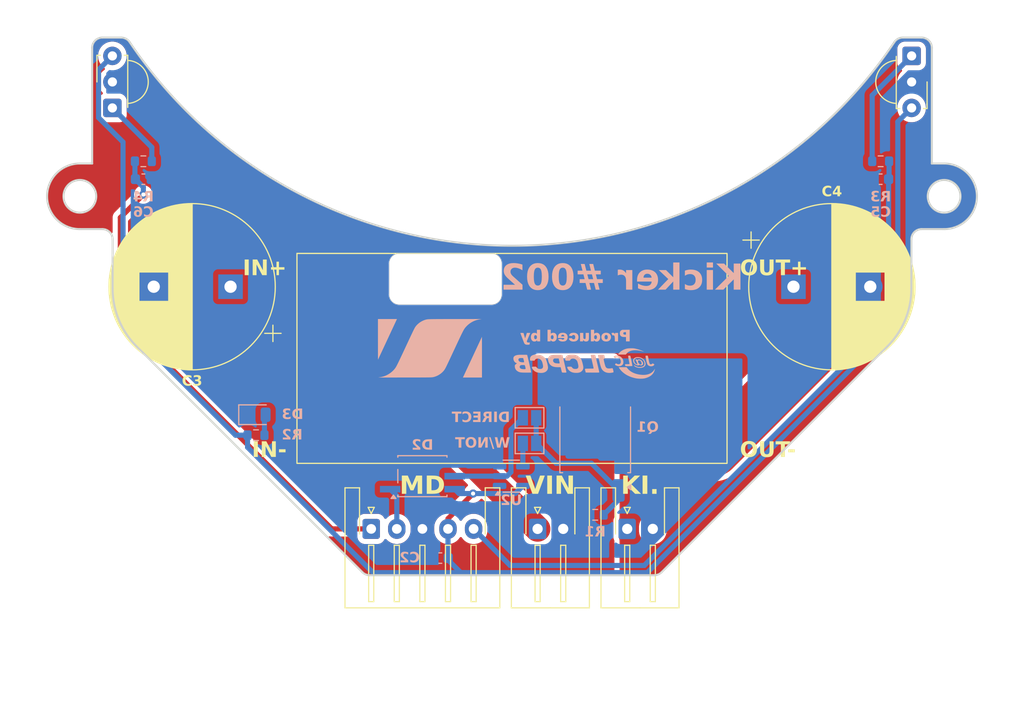
<source format=kicad_pcb>
(kicad_pcb (version 20240108) (generator "pcbnew") (generator_version "8.0")
  (layers (0 "F.Cu" signal) (31 "B.Cu" signal) (34 "B.Paste" user) (35 "F.Paste" user) (36 "B.SilkS" user "B.Silkscreen") (37 "F.SilkS" user "F.Silkscreen") (38 "B.Mask" user) (39 "F.Mask" user) (44 "Edge.Cuts" user))
  (net 0 "")
  (net 1 "VCC")
  (net 2 "GND")
  (net 3 "+3.3V")
  (net 4 "Net-(D3-A)")
  (net 5 "ball01k")
  (net 6 "KickerSignal-main")
  (net 7 "Net-(JP1-B)")
  (net 8 "Net-(U3-OUT)")
  (net 9 "KickerPower")
  (net 10 "ball02k")
  (net 11 "Net-(JP2-A)")
  (net 12 "KickerSignal")
  (net 13 "Net-(U4-OUT)")
  (net 14 "Net-(J3-Pin_2)")
  (footprint "Capacitor_THT:CP_Radial_D16.0mm_P7.50mm" (layer "F.Cu") (at 152.512755 98 180)
    (property "Reference" "C3")
    (property "Value" "2200uF")
  )
  (footprint "@2024-Kicker:XL6009-SMD" (layer "F.Cu") (at 180 105)
    (property "Reference" "U1" (hide yes))
    (property "Value" "~")
    (fp_line (start -12 -6.25) (end -12 -9.25) (stroke (width 0.05)) (layer "Edge.Cuts"))
    (fp_line (start -11 -5.25) (end -2 -5.25) (stroke (width 0.05)) (layer "Edge.Cuts"))
    (fp_line (start -2 -10.25) (end -11 -10.25) (stroke (width 0.05)) (layer "Edge.Cuts"))
    (fp_line (start -1 -6.25) (end -1 -9.25) (stroke (width 0.05)) (layer "Edge.Cuts"))
    (fp_arc (start -12 -9.25) (mid -11.707107 -9.957107) (end -11 -10.25) (stroke (width 0.05)) (layer "Edge.Cuts"))
    (fp_arc (start -11 -5.25) (mid -11.707107 -5.542893) (end -12 -6.25) (stroke (width 0.05)) (layer "Edge.Cuts"))
    (fp_arc (start -2 -10.25) (mid -1.292893 -9.957107) (end -1 -9.25) (stroke (width 0.05)) (layer "Edge.Cuts"))
    (fp_arc (start -1 -6.25) (mid -1.292893 -5.542893) (end -2 -5.25) (stroke (width 0.05)) (layer "Edge.Cuts"))
  )
  (footprint "Connector_JST:JST_XH_S2B-XH-A-1_1x02_P2.50mm_Horizontal" (layer "F.Cu") (at 182.5 121.65)
    (property "Reference" "VIN")
    (property "Value" "Conn_01x02_Pin")
  )
  (footprint "OptoDevice:Vishay_MINICAST-3Pin" (layer "F.Cu") (at 219.025 75.46 -90)
    (property "Reference" "U3" (hide yes))
    (property "Value" "TSSP58P38")
  )
  (footprint "Connector_JST:JST_XH_S5B-XH-A-1_1x05_P2.50mm_Horizontal" (layer "F.Cu") (at 166.25 121.65)
    (property "Reference" "MD")
    (property "Value" "Conn_01x05_Pin")
  )
  (footprint "Connector_JST:JST_XH_S2B-XH-A-1_1x02_P2.50mm_Horizontal" (layer "F.Cu") (at 191.25 121.65)
    (property "Reference" "KI.")
    (property "Value" "Conn_01x02_Pin")
  )
  (footprint "OptoDevice:Vishay_MINICAST-3Pin" (layer "F.Cu") (at 140.975 80.54 90)
    (property "Reference" "U4" (hide yes))
    (property "Value" "TSSP58P38")
  )
  (footprint "Capacitor_THT:CP_Radial_D16.0mm_P7.50mm" (layer "F.Cu") (at 207.487246 98)
    (property "Reference" "C4")
    (property "Value" "2200uF")
  )
  (footprint "Capacitor_SMD:C_0603_1608Metric" (layer "B.Cu") (at 144 87.5)
    (property "Reference" "C6")
    (property "Value" "0.33u")
  )
  (footprint "Package_SO:SO-5_4.4x3.6mm_P1.27mm" (layer "B.Cu") (at 171.25 116.5)
    (property "Reference" "D2")
    (property "Value" "~")
  )
  (footprint "Package_TO_SOT_SMD:TO-252-2" (layer "B.Cu") (at 188.125 112.85 90)
    (property "Reference" "Q1")
    (property "Value" "NMOS")
  )
  (footprint "Resistor_SMD:R_0603_1608Metric" (layer "B.Cu") (at 144 85.75 180)
    (property "Reference" "R4")
    (property "Value" "39K")
  )
  (footprint "LED_SMD:LED_0805_2012Metric" (layer "B.Cu") (at 155 110.5)
    (property "Reference" "D3")
    (property "Value" "PWR")
  )
  (footprint "Jumper:SolderJumper-2_P1.3mm_Open_Pad1.0x1.5mm" (layer "B.Cu") (at 181.7125 110.8)
    (property "Reference" "DIRECT")
    (property "Value" "Jumper_2_Small_Open")
  )
  (footprint "Resistor_SMD:R_0603_1608Metric" (layer "B.Cu") (at 216 85.75)
    (property "Reference" "R3")
    (property "Value" "39K")
  )
  (footprint "Capacitor_SMD:C_0603_1608Metric" (layer "B.Cu") (at 173 124.5 180)
    (property "Reference" "C2")
    (property "Value" "0.1uF")
  )
  (footprint "Resistor_SMD:R_0603_1608Metric" (layer "B.Cu") (at 155 112.5)
    (property "Reference" "R2")
    (property "Value" "330")
  )
  (footprint "Jumper:SolderJumper-2_P1.3mm_Open_Pad1.0x1.5mm" (layer "B.Cu") (at 181.7125 113.3)
    (property "Reference" "W/NOT")
    (property "Value" "Jumper_2_Small_Open")
  )
  (footprint "Capacitor_SMD:C_0603_1608Metric" (layer "B.Cu") (at 216 87.5 180)
    (property "Reference" "C5")
    (property "Value" "0.33u")
  )
  (footprint "Package_TO_SOT_SMD:SOT-23-5" (layer "B.Cu") (at 179.925 116.5)
    (property "Reference" "U2")
    (property "Value" "74LVC1G04")
  )
  (footprint "Resistor_SMD:R_0603_1608Metric" (layer "B.Cu") (at 188.125 120.275 180)
    (property "Reference" "R1")
    (property "Value" "10K")
  )
  (gr_poly (pts (xy 189.865094 102.497657) (xy 189.849564 102.498493) (xy 189.833637 102.499993) (xy 189.817599 102.502092) (xy 189.801734 102.504728) (xy 189.786329 102.507836) (xy 189.771667 102.511354) (xy 189.758035 102.515218) (xy 189.745717 102.519364) (xy 189.734999 102.523728) (xy 189.73033 102.525972) (xy 189.726167 102.528247) (xy 189.722547 102.530545) (xy 189.719505 102.532858) (xy 189.717077 102.535178) (xy 189.715298 102.537497) (xy 189.714205 102.539807) (xy 189.713833 102.5421) (xy 189.714792 102.545792) (xy 189.717537 102.553378) (xy 189.727591 102.578348) (xy 189.742408 102.61324) (xy 189.7604 102.654283) (xy 189.766042 102.666609) (xy 189.771458 102.67818) (xy 189.776645 102.688986) (xy 189.781599 102.699014) (xy 189.786318 102.708255) (xy 189.790798 102.716698) (xy 189.795036 102.724331) (xy 189.799029 102.731145) (xy 189.802774 102.737127) (xy 189.806267 102.742267) (xy 189.807919 102.744519) (xy 189.809507 102.746555) (xy 189.81103 102.748376) (xy 189.812489 102.74998) (xy 189.813883 102.751365) (xy 189.815211 102.75253) (xy 189.816473 102.753473) (xy 189.817669 102.754194) (xy 189.818799 102.754691) (xy 189.819861 102.754963) (xy 189.820856 102.755008) (xy 189.821783 102.754825) (xy 189.852683 102.747866) (xy 189.88077 102.744196) (xy 189.893794 102.743662) (xy 189.906157 102.74403) (xy 189.917873 102.745328) (xy 189.928956 102.747582) (xy 189.93942 102.750819) (xy 189.94928 102.755065) (xy 189.95855 102.760348) (xy 189.967244 102.766694) (xy 189.975376 102.77413) (xy 189.982959 102.782682) (xy 189.99001 102.792378) (xy 189.99654 102.803244) (xy 190.002566 102.815306) (xy 190.0081 102.828592) (xy 190.01775 102.858943) (xy 190.025606 102.894508) (xy 190.03178 102.935502) (xy 190.036384 102.98214) (xy 190.039533 103.034634) (xy 190.041339 103.0932) (xy 190.041916 103.15805) (xy 190.041916 103.33585) (xy 190.359416 103.33585) (xy 190.359416 102.51035) (xy 190.063083 102.51035) (xy 190.063083 102.641583) (xy 190.032391 102.5929) (xy 190.025466 102.582541) (xy 190.018559 102.57288) (xy 190.011639 102.563899) (xy 190.004676 102.555577) (xy 189.997639 102.547894) (xy 189.990496 102.540829) (xy 189.983217 102.534362) (xy 189.975771 102.528474) (xy 189.968126 102.523144) (xy 189.960251 102.518351) (xy 189.952116 102.514077) (xy 189.94369 102.5103) (xy 189.934941 102.507001) (xy 189.925839 102.504159) (xy 189.916352 102.501754) (xy 189.90645 102.499767) (xy 189.90031 102.498888) (xy 189.893822 102.49823) (xy 189.879942 102.497549)) (stroke (width -0.000001)) (fill solid) (layer "B.SilkS"))
  (gr_poly (pts (xy 190.247836 104.716158) (xy 190.225892 104.716643) (xy 190.204242 104.717601) (xy 190.183181 104.71903) (xy 190.163004 104.720926) (xy 190.144005 104.723287) (xy 190.126479 104.726111) (xy 190.11072 104.729394) (xy 190.097023 104.733135) (xy 190.090522 104.735632) (xy 190.083625 104.738472) (xy 190.068884 104.745069) (xy 190.053274 104.7527) (xy 190.037272 104.761137) (xy 190.021352 104.770153) (xy 190.00599 104.77952) (xy 189.998667 104.784264) (xy 189.991662 104.789011) (xy 189.985034 104.793732) (xy 189.978843 104.798399) (xy 189.918871 104.840732) (xy 189.985899 104.909524) (xy 189.992837 104.916692) (xy 189.999734 104.923621) (xy 190.006548 104.930283) (xy 190.013239 104.936644) (xy 190.019764 104.942675) (xy 190.026082 104.948343) (xy 190.032152 104.95362) (xy 190.037933 104.958472) (xy 190.043383 104.96287) (xy 190.048461 104.966782) (xy 190.053126 104.970177) (xy 190.057336 104.973024) (xy 190.06105 104.975293) (xy 190.064226 104.976952) (xy 190.0656 104.977543) (xy 190.066824 104.97797) (xy 190.067893 104.978229) (xy 190.068801 104.978316) (xy 190.070657 104.978133) (xy 190.072898 104.977596) (xy 190.075495 104.976723) (xy 190.07842 104.975532) (xy 190.081645 104.974042) (xy 190.085141 104.97227) (xy 190.088881 104.970234) (xy 190.092834 104.967953) (xy 190.101271 104.962727) (xy 190.110225 104.956736) (xy 190.119468 104.950125) (xy 190.128773 104.943038) (xy 190.134614 104.938713) (xy 190.140878 104.934666) (xy 190.154588 104.927411) (xy 190.169728 104.921272) (xy 190.186127 104.916249) (xy 190.203612 104.912342) (xy 190.222008 104.909552) (xy 190.241143 104.907877) (xy 190.260845 104.907319) (xy 190.280938 104.907877) (xy 190.301252 104.909552) (xy 190.321612 104.912342) (xy 190.341846 104.916249) (xy 190.361779 104.921272) (xy 190.38124 104.927411) (xy 190.400055 104.934666) (xy 190.418051 104.943038) (xy 190.442635 104.95723) (xy 190.466059 104.973889) (xy 190.488237 104.992837) (xy 190.509084 105.013897) (xy 190.528516 105.036889) (xy 190.546446 105.061635) (xy 190.56279 105.087958) (xy 190.577463 105.115679) (xy 190.590378 105.144619) (xy 190.601451 105.1746) (xy 190.610596 105.205444) (xy 190.617729 105.236974) (xy 190.622763 105.269009) (xy 190.625615 105.301373) (xy 190.626197 105.333886) (xy 190.624426 105.366371) (xy 190.622156 105.384188) (xy 190.619 105.401251) (xy 190.614981 105.417551) (xy 190.610122 105.433079) (xy 190.604447 105.447825) (xy 190.597978 105.46178) (xy 190.59074 105.474935) (xy 190.582754 105.48728) (xy 190.574046 105.498807) (xy 190.564637 105.509504) (xy 190.554551 105.519364) (xy 190.543811 105.528377) (xy 190.532441 105.536533) (xy 190.520464 105.543823) (xy 190.507902 105.550239) (xy 190.49478 105.555769) (xy 190.481121 105.560405) (xy 190.466948 105.564138) (xy 190.452283 105.566959) (xy 190.437151 105.568857) (xy 190.421574 105.569824) (xy 190.405577 105.569849) (xy 190.389181 105.568925) (xy 190.372411 105.567041) (xy 190.355289 105.564188) (xy 190.337839 105.560357) (xy 190.320084 105.555539) (xy 190.302048 105.549723) (xy 190.283753 105.542901) (xy 190.265223 105.535063) (xy 190.246482 105.526199) (xy 190.227551 105.516302) (xy 190.151704 105.475732) (xy 190.098787 105.539232) (xy 190.092461 105.547004) (xy 190.086709 105.554442) (xy 190.081525 105.561545) (xy 190.076904 105.568309) (xy 190.072842 105.574732) (xy 190.069332 105.580811) (xy 190.067783 105.583721) (xy 190.06637 105.586544) (xy 190.065093 105.58928) (xy 190.063951 105.591929) (xy 190.062943 105.594489) (xy 190.062069 105.596961) (xy 190.061328 105.599345) (xy 190.060719 105.60164) (xy 190.060242 105.603846) (xy 190.059897 105.605963) (xy 190.059681 105.607989) (xy 190.059596 105.609926) (xy 190.05964 105.611772) (xy 190.059812 105.613527) (xy 190.060112 105.615191) (xy 190.06054 105.616764) (xy 190.061094 105.618245) (xy 190.061774 105.619634) (xy 190.06258 105.620931) (xy 190.06351 105.622135) (xy 190.071466 105.630383) (xy 190.081931 105.639171) (xy 190.094643 105.648378) (xy 190.109343 105.657882) (xy 190.125769 105.667561) (xy 190.14366 105.677295) (xy 190.162755 105.686961) (xy 190.182793 105.696439) (xy 190.203513 105.705607) (xy 190.224654 105.714343) (xy 190.245955 105.722527) (xy 190.267156 105.730036) (xy 190.287995 105.736749) (xy 190.308211 105.742545) (xy 190.327544 105.747302) (xy 190.345732 105.750899) (xy 190.366843 105.754316) (xy 190.38783 105.756968) (xy 190.408671 105.758862) (xy 190.429344 105.760008) (xy 190.449829 105.760415) (xy 190.470104 105.760092) (xy 190.490148 105.759049) (xy 190.509939 105.757293) (xy 190.529456 105.754835) (xy 190.548678 105.751683) (xy 190.567583 105.747846) (xy 190.586151 105.743334) (xy 190.60436 105.738155) (xy 190.622188 105.732318) (xy 190.639614 105.725833) (xy 190.656617 105.718708) (xy 190.673176 105.710953) (xy 190.689269 105.702576) (xy 190.704875 105.693588) (xy 190.719972 105.683995) (xy 190.73454 105.673809) (xy 190.748557 105.663037) (xy 190.762002 105.651689) (xy 190.774853 105.639774) (xy 190.787089 105.627301) (xy 190.798689 105.614279) (xy 190.809631 105.600716) (xy 190.819894 105.586623) (xy 190.829457 105.572008) (xy 190.838299 105.55688) (xy 190.846397 105.541248) (xy 190.853732 105.525121) (xy 190.860162 105.506905) (xy 190.865566 105.486795) (xy 190.869952 105.465005) (xy 190.873328 105.44175) (xy 190.875701 105.417245) (xy 190.877079 105.391703) (xy 190.877471 105.36534) (xy 190.876883 105.33837) (xy 190.875324 105.311007) (xy 190.8728 105.283465) (xy 190.869321 105.25596) (xy 190.864894 105.228705) (xy 190.859526 105.201916) (xy 190.853225 105.175806) (xy 190.846 105.15059) (xy 190.837857 105.126482) (xy 190.824301 105.094217) (xy 190.808205 105.062331) (xy 190.789716 105.030957) (xy 190.768982 105.000227) (xy 190.74615 104.970271) (xy 190.721368 104.941222) (xy 190.694782 104.913212) (xy 190.666539 104.886373) (xy 190.636788 104.860836) (xy 190.605675 104.836733) (xy 190.573347 104.814195) (xy 190.539952 104.793355) (xy 190.505638 104.774345) (xy 190.470551 104.757296) (xy 190.434839 104.742339) (xy 190.398648 104.729607) (xy 190.384952 104.726217) (xy 190.369193 104.72332) (xy 190.351667 104.720914) (xy 190.332668 104.718997) (xy 190.312491 104.717565) (xy 190.29143 104.716616) (xy 190.26978 104.716148)) (stroke (width -0.000001)) (fill solid) (layer "B.SilkS"))
  (gr_poly (pts (xy 184.986424 102.496377) (xy 184.971404 102.496685) (xy 184.954773 102.497253) (xy 184.918756 102.499122) (xy 184.900413 102.500397) (xy 184.882542 102.501883) (xy 184.837134 102.507168) (xy 184.815496 102.5108) (xy 184.794566 102.515094) (xy 184.774341 102.52005) (xy 184.754821 102.52567) (xy 184.736004 102.531956) (xy 184.717888 102.538908) (xy 184.700471 102.546529) (xy 184.683751 102.554819) (xy 184.667727 102.56378) (xy 184.652397 102.573414) (xy 184.63776 102.583721) (xy 184.623812 102.594703) (xy 184.610554 102.606361) (xy 184.597982 102.618697) (xy 184.586096 102.631712) (xy 184.574893 102.645407) (xy 184.564372 102.659784) (xy 184.55453 102.674844) (xy 184.545367 102.690589) (xy 184.536881 102.707019) (xy 184.529069 102.724137) (xy 184.521931 102.741943) (xy 184.515463 102.760439) (xy 184.509666 102.779626) (xy 184.504536 102.799506) (xy 184.500072 102.82008) (xy 184.493135 102.863315) (xy 184.488841 102.909341) (xy 184.482492 103.007766) (xy 184.796816 103.007766) (xy 184.910261 103.007723) (xy 184.9555 103.007843) (xy 184.993766 103.008213) (xy 185.010444 103.008528) (xy 185.02557 103.008949) (xy 185.039209 103.00949) (xy 185.051424 103.010166) (xy 185.06228 103.010992) (xy 185.07184 103.011982) (xy 185.080168 103.013151) (xy 185.087329 103.014513) (xy 185.093386 103.016083) (xy 185.098403 103.017875) (xy 185.100541 103.018859) (xy 185.102444 103.019904) (xy 185.104118 103.021012) (xy 185.105573 103.022184) (xy 185.106815 103.023423) (xy 185.107854 103.02473) (xy 185.108696 103.026108) (xy 185.109351 103.027557) (xy 185.109825 103.02908) (xy 185.110128 103.030678) (xy 185.110266 103.032354) (xy 185.110249 103.034109) (xy 185.109777 103.037864) (xy 185.108777 103.041957) (xy 185.107313 103.046404) (xy 185.105449 103.051218) (xy 185.095266 103.074442) (xy 185.091147 103.083454) (xy 185.086542 103.092034) (xy 185.081478 103.100176) (xy 185.075977 103.107876) (xy 185.070063 103.115129) (xy 185.063761 103.121929) (xy 185.057095 103.128273) (xy 185.050089 103.134155) (xy 185.042766 103.13957) (xy 185.035151 103.144513) (xy 185.027268 103.148981) (xy 185.019141 103.152967) (xy 185.010793 103.156467) (xy 185.00225 103.159476) (xy 184.993534 103.16199) (xy 184.984671 103.164003) (xy 184.975683 103.165511) (xy 184.966595 103.166508) (xy 184.957432 103.16699) (xy 184.948216 103.166953) (xy 184.938973 103.16639) (xy 184.929725 103.165298) (xy 184.920498 103.163672) (xy 184.911315 103.161506) (xy 184.9022 103.158796) (xy 184.893178 103.155537) (xy 184.884272 103.151724) (xy 184.875506 103.147353) (xy 184.866904 103.142418) (xy 184.858491 103.136914) (xy 184.85029 103.130838) (xy 184.842325 103.124183) (xy 184.8074 103.09455) (xy 184.663467 103.10725) (xy 184.634303 103.109763) (xy 184.606763 103.112475) (xy 184.581481 103.115287) (xy 184.559089 103.118098) (xy 184.540218 103.12081) (xy 184.525503 103.123323) (xy 184.519901 103.124475) (xy 184.515575 103.125539) (xy 184.512604 103.126505) (xy 184.511651 103.126946) (xy 184.511066 103.127358) (xy 184.510313 103.128573) (xy 184.510025 103.130218) (xy 184.510183 103.13227) (xy 184.510769 103.134707) (xy 184.51315 103.140643) (xy 184.51702 103.147847) (xy 184.522229 103.156136) (xy 184.528628 103.165328) (xy 184.53607 103.175243) (xy 184.544404 103.185699) (xy 184.553482 103.196514) (xy 184.563156 103.207508) (xy 184.573277 103.218499) (xy 184.583695 103.229305) (xy 184.594261 103.239746) (xy 184.604828 103.249639) (xy 184.615246 103.258804) (xy 184.625366 103.267058) (xy 184.643109 103.279519) (xy 184.662532 103.291092) (xy 184.68353 103.301756) (xy 184.705998 103.311492) (xy 184.72983 103.320278) (xy 184.754921 103.328096) (xy 184.781166 103.334925) (xy 184.808458 103.340745) (xy 184.836693 103.345535) (xy 184.865765 103.349275) (xy 184.895569 103.351946) (xy 184.925999 103.353527) (xy 184.95695 103.353998) (xy 184.988317 103.353339) (xy 185.019994 103.35153) (xy 185.051875 103.34855) (xy 185.080379 103.344845) (xy 185.10722 103.340443) (xy 185.132496 103.33529) (xy 185.156303 103.329334) (xy 185.178739 103.322523) (xy 185.189474 103.31878) (xy 185.199903 103.314803) (xy 185.210038 103.310586) (xy 185.219892 103.306122) (xy 185.229476 103.301404) (xy 185.238803 103.296427) (xy 185.247885 103.291183) (xy 185.256734 103.285665) (xy 185.265363 103.279868) (xy 185.273784 103.273784) (xy 185.282008 103.267408) (xy 185.290049 103.260731) (xy 185.297917 103.253749) (xy 185.305627 103.246454) (xy 185.313189 103.238839) (xy 185.320616 103.230899) (xy 185.335113 103.214013) (xy 185.349217 103.195745) (xy 185.363025 103.176041) (xy 185.373059 103.160219) (xy 185.382327 103.143932) (xy 185.390831 103.127216) (xy 185.398576 103.110109) (xy 185.405563 103.092647) (xy 185.411796 103.074869) (xy 185.417277 103.05681) (xy 185.42201 103.038508) (xy 185.429242 103.001322) (xy 185.433513 102.963608) (xy 185.434849 102.925661) (xy 185.433272 102.887778) (xy 185.428805 102.850254) (xy 185.428558 102.849017) (xy 185.113258 102.849017) (xy 184.803166 102.849017) (xy 184.809516 102.819383) (xy 184.812182 102.808879) (xy 184.815019 102.798804) (xy 184.818023 102.789162) (xy 184.821191 102.77996) (xy 184.824521 102.771205) (xy 184.828008 102.762903) (xy 184.831651 102.755059) (xy 184.835446 102.747681) (xy 184.839389 102.740774) (xy 184.843478 102.734344) (xy 184.84771 102.728399) (xy 184.852081 102.722943) (xy 184.856589 102.717983) (xy 184.858893 102.715691) (xy 184.86123 102.713525) (xy 184.8636 102.711487) (xy 184.866001 102.709576) (xy 184.868435 102.707794) (xy 184.8709 102.706142) (xy 184.87825 102.70179) (xy 184.886343 102.697871) (xy 184.895077 102.694396) (xy 184.904353 102.691374) (xy 184.914069 102.688818) (xy 184.924124 102.686738) (xy 184.934419 102.685145) (xy 184.944851 102.684049) (xy 184.95532 102.683461) (xy 184.965726 102.683393) (xy 184.975967 102.683856) (xy 184.985944 102.684859) (xy 184.995554 102.686414) (xy 185.004698 102.688532) (xy 185.013275 102.691224) (xy 185.021183 102.6945) (xy 185.028855 102.698249) (xy 185.03637 102.702716) (xy 185.043696 102.70785) (xy 185.0508 102.713599) (xy 185.05765 102.719913) (xy 185.064213 102.72674) (xy 185.070457 102.734028) (xy 185.076349 102.741728) (xy 185.081856 102.749787) (xy 185.086947 102.758155) (xy 185.091588 102.76678) (xy 185.095746 102.775611) (xy 185.09939 102.784597) (xy 185.102487 102.793688) (xy 185.105004 102.80283) (xy 185.106909 102.811975) (xy 185.113258 102.849017) (xy 185.428558 102.849017) (xy 185.421471 102.813387) (xy 185.411294 102.777471) (xy 185.405147 102.759962) (xy 185.398297 102.742803) (xy 185.390749 102.726029) (xy 185.382504 102.709679) (xy 185.373565 102.693789) (xy 185.363936 102.678395) (xy 185.35362 102.663536) (xy 185.342619 102.649248) (xy 185.330936 102.635568) (xy 185.318575 102.622533) (xy 185.303965 102.608829) (xy 185.288714 102.595895) (xy 185.272824 102.583733) (xy 185.256299 102.572345) (xy 185.239141 102.561732) (xy 185.221353 102.551896) (xy 185.202939 102.542838) (xy 185.183902 102.534559) (xy 185.164245 102.527062) (xy 185.143971 102.520348) (xy 185.123083 102.514419) (xy 185.101584 102.509275) (xy 185.079477 102.504919) (xy 185.056766 102.501352) (xy 185.033453 102.498576) (xy 185.009542 102.496592) (xy 184.99931 102.496341)) (stroke (width -0.000001)) (fill solid) (layer "B.SilkS"))
  (gr_poly (pts (xy 173.625044 101.155794) (xy 172.618404 101.160052) (xy 172.278001 101.16358) (xy 172.029474 101.16818) (xy 171.860273 101.173958) (xy 171.757846 101.18102) (xy 171.713755 101.186655) (xy 171.668142 101.19457) (xy 171.621224 101.204677) (xy 171.573217 101.216888) (xy 171.524335 101.231114) (xy 171.474794 101.247267) (xy 171.424809 101.265259) (xy 171.374597 101.285002) (xy 171.324373 101.306406) (xy 171.274351 101.329383) (xy 171.224748 101.353846) (xy 171.175779 101.379706) (xy 171.12766 101.406874) (xy 171.080606 101.435262) (xy 171.034832 101.464782) (xy 170.990555 101.495346) (xy 170.958359 101.518879) (xy 170.926512 101.543191) (xy 170.895092 101.568205) (xy 170.864175 101.593845) (xy 170.833838 101.620034) (xy 170.804157 101.646694) (xy 170.775209 101.67375) (xy 170.747072 101.701125) (xy 170.719821 101.728742) (xy 170.693534 101.756523) (xy 170.668287 101.784393) (xy 170.644157 101.812275) (xy 170.621221 101.840092) (xy 170.599555 101.867766) (xy 170.579237 101.895222) (xy 170.560342 101.922383) (xy 170.521866 101.983049) (xy 170.475973 102.064415) (xy 170.331478 102.352199) (xy 170.065935 102.911644) (xy 169.618426 103.868658) (xy 169.369849 104.400695) (xy 169.168105 104.829997) (xy 169.007039 105.169072) (xy 168.880502 105.430427) (xy 168.782342 105.626571) (xy 168.741981 105.704098) (xy 168.706407 105.770012) (xy 168.674851 105.825877) (xy 168.646545 105.873256) (xy 168.620719 105.913713) (xy 168.596605 105.948812) (xy 168.576009 105.976873) (xy 168.553979 106.005424) (xy 168.530617 106.034357) (xy 168.506026 106.063567) (xy 168.48031 106.092947) (xy 168.453572 106.122392) (xy 168.425914 106.151795) (xy 168.39744 106.18105) (xy 168.368252 106.210051) (xy 168.338455 106.238691) (xy 168.308151 106.266865) (xy 168.277443 106.294465) (xy 168.246434 106.321387) (xy 168.215227 106.347524) (xy 168.183926 106.372769) (xy 168.152633 106.397016) (xy 168.110622 106.428192) (xy 168.067966 106.458399) (xy 168.024712 106.487612) (xy 167.980911 106.515806) (xy 167.93661 106.542955) (xy 167.891859 106.569034) (xy 167.846706 106.594016) (xy 167.801201 106.617877) (xy 167.755392 106.640591) (xy 167.709328 106.662132) (xy 167.663057 106.682475) (xy 167.61663 106.701593) (xy 167.570093 106.719462) (xy 167.523497 106.736056) (xy 167.47689 106.75135) (xy 167.430322 106.765317) (xy 167.38967 106.776711) (xy 167.35117 106.786921) (xy 167.313203 106.7963) (xy 167.274151 106.805202) (xy 167.232396 106.81398) (xy 167.186318 106.822987) (xy 167.074722 106.843104) (xy 166.926555 106.868504) (xy 169.270763 106.866387) (xy 170.835054 106.864361) (xy 171.343595 106.862527) (xy 171.707642 106.859706) (xy 171.844365 106.857824) (xy 171.955628 106.855571) (xy 172.044983 106.852908) (xy 172.115985 106.849793) (xy 172.172188 106.846185) (xy 172.217145 106.842042) (xy 172.254412 106.837325) (xy 172.287542 106.831991) (xy 172.315849 106.826604) (xy 172.345127 106.820195) (xy 172.375256 106.812809) (xy 172.406117 106.804491) (xy 172.46955 106.785241) (xy 172.534465 106.762803) (xy 172.5999 106.737537) (xy 172.664896 106.709803) (xy 172.72849 106.679961) (xy 172.789722 106.648371) (xy 172.83647 106.622134) (xy 172.88277 106.594296) (xy 172.928497 106.564971) (xy 172.973524 106.534269) (xy 173.017727 106.502302) (xy 173.060979 106.469182) (xy 173.103156 106.435019) (xy 173.144131 106.399927) (xy 173.183779 106.364016) (xy 173.221974 106.327398) (xy 173.258591 106.290185) (xy 173.293505 106.252488) (xy 173.326589 106.214419) (xy 173.357718 106.176089) (xy 173.386766 106.137611) (xy 173.413609 106.099096) (xy 173.452147 106.038112) (xy 173.496192 105.960776) (xy 173.551498 105.85525) (xy 173.62382 105.709695) (xy 173.842532 105.251147) (xy 174.198363 104.490429) (xy 174.708017 103.401205) (xy 175.030742 102.720366) (xy 175.098294 102.582593) (xy 175.172294 102.435741) (xy 175.239548 102.305657) (xy 175.266521 102.25498) (xy 175.286859 102.218187) (xy 175.314641 102.171162) (xy 175.341735 102.127832) (xy 175.368891 102.087181) (xy 175.382727 102.067543) (xy 175.396859 102.048192) (xy 175.411383 102.029003) (xy 175.42639 102.009848) (xy 175.458235 101.971132) (xy 175.493142 101.931027) (xy 175.531863 101.888516) (xy 175.584561 101.833604) (xy 175.639197 101.780433) (xy 175.695662 101.729071) (xy 175.753849 101.679586) (xy 175.813647 101.632046) (xy 175.874949 101.586516) (xy 175.937647 101.543066) (xy 176.001631 101.501762) (xy 176.066793 101.462671) (xy 176.133025 101.425862) (xy 176.200219 101.391402) (xy 176.268265 101.359358) (xy 176.337055 101.329797) (xy 176.406481 101.302788) (xy 176.476433 101.278397) (xy 176.546805 101.256691) (xy 176.583157 101.246494) (xy 176.620136 101.236823) (xy 176.658565 101.227512) (xy 176.699271 101.218393) (xy 176.743077 101.209299) (xy 176.790809 101.200062) (xy 176.901346 101.180491) (xy 177.049513 101.155091) (xy 175.149805 101.154562)) (stroke (width -0.000001)) (fill solid) (layer "B.SilkS"))
  (gr_poly (pts (xy 188.599389 104.644841) (xy 188.507181 104.649378) (xy 188.469525 104.652418) (xy 188.439571 104.655941) (xy 188.418872 104.659924) (xy 188.412479 104.662081) (xy 188.408982 104.664344) (xy 188.406232 104.670372) (xy 188.404675 104.679578) (xy 188.405619 104.709819) (xy 188.412764 104.759655) (xy 188.427062 104.833677) (xy 188.480915 105.072629) (xy 188.574787 105.463385) (xy 188.593167 105.538025) (xy 188.610703 105.606746) (xy 188.62754 105.669911) (xy 188.643827 105.727886) (xy 188.659711 105.781034) (xy 188.675339 105.829719) (xy 188.690859 105.874307) (xy 188.706418 105.915161) (xy 188.722162 105.952646) (xy 188.73824 105.987126) (xy 188.754798 106.018965) (xy 188.771985 106.048528) (xy 188.789946 106.076179) (xy 188.80883 106.102282) (xy 188.828783 106.127201) (xy 188.849954 106.151302) (xy 188.888749 106.191051) (xy 188.929711 106.227611) (xy 188.972819 106.260977) (xy 189.018047 106.291145) (xy 189.065374 106.318109) (xy 189.114775 106.341864) (xy 189.166228 106.362404) (xy 189.219709 106.379726) (xy 189.275195 106.393822) (xy 189.332663 106.404689) (xy 189.39209 106.41232) (xy 189.453452 106.416712) (xy 189.516726 106.417858) (xy 189.581888 106.415754) (xy 189.648917 106.410395) (xy 189.717787 106.401774) (xy 189.752962 106.39568) (xy 189.786524 106.389399) (xy 189.817688 106.383078) (xy 189.845669 106.376859) (xy 189.869682 106.370889) (xy 189.879954 106.368042) (xy 189.88894 106.365311) (xy 189.89654 106.362715) (xy 189.902658 106.360271) (xy 189.907194 106.357998) (xy 189.908839 106.356931) (xy 189.910051 106.355913) (xy 189.911931 106.352888) (xy 189.913287 106.348184) (xy 189.91452 106.334178) (xy 189.913939 106.314772) (xy 189.911733 106.290842) (xy 189.90809 106.263264) (xy 189.903199 106.232913) (xy 189.890428 106.167397) (xy 189.874929 106.101303) (xy 189.866627 106.070229) (xy 189.858209 106.041638) (xy 189.849864 106.016405) (xy 189.84178 105.995408) (xy 189.834145 105.979521) (xy 189.830555 105.973768) (xy 189.827148 105.969621) (xy 189.82402 105.966811) (xy 189.820558 105.964333) (xy 189.816719 105.962192) (xy 189.812459 105.960388) (xy 189.807733 105.958926) (xy 189.802499 105.957808) (xy 189.796712 105.957036) (xy 189.790327 105.956613) (xy 189.783302 105.956541) (xy 189.775593 105.956823) (xy 189.767154 105.957461) (xy 189.757943 105.958459) (xy 189.747916 105.959819) (xy 189.737028 105.961543) (xy 189.712496 105.966094) (xy 189.690488 105.969384) (xy 189.66476 105.97257) (xy 189.636221 105.97555) (xy 189.60578 105.97822) (xy 189.574347 105.980477) (xy 189.542832 105.982217) (xy 189.512143 105.983336) (xy 189.48319 105.983732) (xy 189.449582 105.983206) (xy 189.418133 105.98159) (xy 189.388731 105.978826) (xy 189.374762 105.976996) (xy 189.361261 105.974858) (xy 189.348216 105.972405) (xy 189.335611 105.969629) (xy 189.323432 105.966524) (xy 189.311666 105.963083) (xy 189.300297 105.959297) (xy 189.289312 105.955161) (xy 189.278697 105.950668) (xy 189.268437 105.945809) (xy 189.258518 105.940578) (xy 189.248926 105.934968) (xy 189.239646 105.928972) (xy 189.230665 105.922582) (xy 189.221968 105.915792) (xy 189.213541 105.908594) (xy 189.20537 105.900982) (xy 189.19744 105.892947) (xy 189.189738 105.884484) (xy 189.182249 105.875585) (xy 189.174959 105.866243) (xy 189.167854 105.85645) (xy 189.160919 105.8462) (xy 189.15414 105.835486) (xy 189.147504 105.8243) (xy 189.140995 105.812635) (xy 189.12973 105.788019) (xy 189.11669 105.753535) (xy 189.086784 105.660968) (xy 189.054272 105.546946) (xy 189.022154 105.423477) (xy 188.993425 105.302572) (xy 188.971084 105.196239) (xy 188.963245 105.15229) (xy 188.958127 105.116488) (xy 188.956104 105.090334) (xy 188.957551 105.07533) (xy 188.959057 105.072625) (xy 188.960913 105.069817) (xy 188.963101 105.066927) (xy 188.965599 105.063975) (xy 188.968386 105.060981) (xy 188.971442 105.057966) (xy 188.974746 105.054952) (xy 188.978277 105.051958) (xy 188.982015 105.049006) (xy 188.985939 105.046115) (xy 188.990028 105.043307) (xy 188.994262 105.040603) (xy 188.99862 105.038023) (xy 189.003082 105.035587) (xy 189.007626 105.033317) (xy 189.012232 105.031232) (xy 189.016547 105.029519) (xy 189.020872 105.027694) (xy 189.025177 105.025772) (xy 189.02943 105.023763) (xy 189.0336 105.021683) (xy 189.037657 105.019543) (xy 189.041568 105.017357) (xy 189.045305 105.015137) (xy 189.048834 105.012896) (xy 189.052126 105.010648) (xy 189.055149 105.008405) (xy 189.057873 105.00618) (xy 189.060265 105.003986) (xy 189.062296 105.001835) (xy 189.063166 105.000781) (xy 189.063934 104.999742) (xy 189.064596 104.998721) (xy 189.065149 104.997718) (xy 189.065937 104.99544) (xy 189.066333 104.991648) (xy 189.066024 104.979911) (xy 189.064381 104.96329) (xy 189.061566 104.942569) (xy 189.053056 104.891958) (xy 189.041777 104.834338) (xy 189.02901 104.775975) (xy 189.016035 104.723131) (xy 189.004136 104.682068) (xy 188.99899 104.667913) (xy 188.994593 104.659052) (xy 188.991576 104.656669) (xy 188.985633 104.65448) (xy 188.96574 104.65067) (xy 188.936469 104.647599) (xy 188.899371 104.645244) (xy 188.807907 104.642588) (xy 188.703772 104.642515)) (stroke (width -0.000001)) (fill solid) (layer "B.SilkS"))
  (gr_poly (pts (xy 180.908034 104.644758) (xy 180.762055 104.647835) (xy 180.644477 104.652606) (xy 180.572023 104.659052) (xy 180.51849 104.668779) (xy 180.468946 104.679492) (xy 180.423288 104.691263) (xy 180.401884 104.697569) (xy 180.381413 104.704169) (xy 180.361862 104.71107) (xy 180.343217 104.718284) (xy 180.325467 104.725818) (xy 180.308598 104.733683) (xy 180.292596 104.741887) (xy 180.27745 104.750441) (xy 180.263147 104.759353) (xy 180.249673 104.768633) (xy 180.237015 104.778291) (xy 180.225161 104.788335) (xy 180.214097 104.798774) (xy 180.203812 104.80962) (xy 180.194291 104.82088) (xy 180.185522 104.832564) (xy 180.177492 104.844681) (xy 180.170188 104.857241) (xy 180.163597 104.870254) (xy 180.157706 104.883728) (xy 180.152503 104.897672) (xy 180.147974 104.912097) (xy 180.144107 104.927012) (xy 180.140888 104.942426) (xy 180.138304 104.958348) (xy 180.136344 104.974788) (xy 180.13509 104.99287) (xy 180.134627 105.011045) (xy 180.134936 105.029282) (xy 180.136003 105.047552) (xy 180.137809 105.065823) (xy 180.140339 105.084064) (xy 180.143577 105.102246) (xy 180.147506 105.120336) (xy 180.152108 105.138306) (xy 180.157369 105.156123) (xy 180.163271 105.173757) (xy 180.169799 105.191178) (xy 180.176934 105.208354) (xy 180.184662 105.225256) (xy 180.192965 105.241853) (xy 180.201827 105.258113) (xy 180.211232 105.274006) (xy 180.221163 105.289501) (xy 180.231604 105.304569) (xy 180.242538 105.319177) (xy 180.253949 105.333296) (xy 180.265819 105.346894) (xy 180.278134 105.359941) (xy 180.290876 105.372407) (xy 180.304029 105.38426) (xy 180.317576 105.395471) (xy 180.331501 105.406007) (xy 180.345788 105.415839) (xy 180.360419 105.424936) (xy 180.375379 105.433268) (xy 180.390651 105.440803) (xy 180.406218 105.44751) (xy 180.420436 105.453707) (xy 180.433307 105.459709) (xy 180.439231 105.462629) (xy 180.444809 105.46549) (xy 180.450039 105.468288) (xy 180.454918 105.47102) (xy 180.459443 105.473682) (xy 180.463611 105.47627) (xy 180.46742 105.478782) (xy 180.470865 105.481214) (xy 180.473945 105.483561) (xy 180.476657 105.485821) (xy 180.478997 105.48799) (xy 180.480963 105.490064) (xy 180.482551 105.49204) (xy 180.48376 105.493914) (xy 180.484585 105.495683) (xy 180.485025 105.497344) (xy 180.485075 105.498891) (xy 180.484954 105.499622) (xy 180.484734 105.500323) (xy 180.484415 105.500994) (xy 180.483998 105.501635) (xy 180.482864 105.502825) (xy 180.48133 105.503887) (xy 180.479393 105.50482) (xy 180.477049 105.505619) (xy 180.474296 105.50628) (xy 180.471131 105.506801) (xy 180.467551 105.507177) (xy 180.463553 105.507405) (xy 180.459134 105.507482) (xy 180.456105 105.507869) (xy 180.452344 105.509005) (xy 180.447907 105.510854) (xy 180.442846 105.51338) (xy 180.437218 105.516547) (xy 180.431075 105.520319) (xy 180.424472 105.524659) (xy 180.417463 105.529531) (xy 180.410103 105.534899) (xy 180.402446 105.540728) (xy 180.386457 105.553619) (xy 180.378234 105.56061) (xy 180.369931 105.567916) (xy 180.361601 105.575501) (xy 180.353301 105.58333) (xy 180.327607 105.608217) (xy 180.317156 105.618862) (xy 180.308156 105.62864) (xy 180.300501 105.637797) (xy 180.29408 105.646582) (xy 180.291299 105.650912) (xy 180.288786 105.655243) (xy 180.286527 105.659604) (xy 180.284509 105.664028) (xy 180.282719 105.668544) (xy 180.281143 105.673185) (xy 180.279767 105.67798) (xy 180.278577 105.682962) (xy 180.276704 105.693607) (xy 180.275414 105.705369) (xy 180.274601 105.718494) (xy 180.274154 105.733233) (xy 180.273926 105.768538) (xy 180.274261 105.789104) (xy 180.275263 105.809455) (xy 180.276927 105.829585) (xy 180.279249 105.849484) (xy 180.282223 105.869145) (xy 180.285844 105.888562) (xy 180.290108 105.907725) (xy 180.29501 105.926627) (xy 180.300545 105.94526) (xy 180.306708 105.963617) (xy 180.313495 105.981689) (xy 180.3209 105.99947) (xy 180.328919 106.01695) (xy 180.337546 106.034124) (xy 180.346778 106.050982) (xy 180.356609 106.067517) (xy 180.367033 106.083722) (xy 180.378048 106.099588) (xy 180.389647 106.115107) (xy 180.401825 106.130273) (xy 180.414579 106.145077) (xy 180.427903 106.159512) (xy 180.441792 106.173569) (xy 180.456241 106.187241) (xy 180.471246 106.200521) (xy 180.486801 106.2134) (xy 180.502902 106.225871) (xy 180.519544 106.237925) (xy 180.536723 106.249556) (xy 180.554433 106.260756) (xy 180.572669 106.271516) (xy 180.591426 106.28183) (xy 180.653848 106.312787) (xy 180.684773 106.325819) (xy 180.716414 106.337337) (xy 180.749451 106.347429) (xy 180.784562 106.356182) (xy 180.822427 106.363684) (xy 180.863726 106.370024) (xy 180.909139 106.375289) (xy 180.959345 106.379567) (xy 181.076854 106.385513) (xy 181.221689 106.388566) (xy 181.399287 106.389427) (xy 181.537745 106.389227) (xy 181.595438 106.388939) (xy 181.646066 106.38849) (xy 181.690101 106.387855) (xy 181.728011 106.387008) (xy 181.760269 106.385924) (xy 181.774424 106.385285) (xy 181.787343 106.384576) (xy 181.799083 106.383795) (xy 181.809704 106.382939) (xy 181.819264 106.382004) (xy 181.827823 106.380986) (xy 181.835438 106.379884) (xy 181.842169 106.378693) (xy 181.848074 106.37741) (xy 181.853213 106.376032) (xy 181.857644 106.374556) (xy 181.861425 106.372979) (xy 181.864617 106.371297) (xy 181.867276 106.369507) (xy 181.869463 106.367606) (xy 181.871235 106.365591) (xy 181.872653 106.363458) (xy 181.873774 106.361205) (xy 181.860341 106.28256) (xy 181.819231 106.090227) (xy 181.796727 105.990989) (xy 181.330111 105.990989) (xy 181.329953 105.995006) (xy 181.329579 105.998684) (xy 181.328993 106.002057) (xy 181.328195 106.00516) (xy 181.327717 106.006621) (xy 181.327186 106.008028) (xy 181.325968 106.010694) (xy 181.324542 106.013195) (xy 181.322909 106.015563) (xy 181.321071 106.017835) (xy 181.319029 106.020044) (xy 181.316784 106.022224) (xy 181.314337 106.024412) (xy 181.31169 106.02664) (xy 181.305801 106.031357) (xy 181.300327 106.035121) (xy 181.294422 106.038482) (xy 181.287984 106.04145) (xy 181.280913 106.044035) (xy 181.273109 106.046249) (xy 181.26447 106.048101) (xy 181.254896 106.049601) (xy 181.244285 106.05076) (xy 181.232538 106.051589) (xy 181.219553 106.052097) (xy 181.189467 106.052193) (xy 181.153221 106.051132) (xy 181.110009 106.048996) (xy 181.065272 106.045665) (xy 181.044073 106.043483) (xy 181.023647 106.040952) (xy 181.003991 106.038071) (xy 180.985102 106.034838) (xy 180.966974 106.031251) (xy 180.949605 106.027306) (xy 180.932991 106.023002) (xy 180.917127 106.018337) (xy 180.90201 106.013308) (xy 180.887635 106.007914) (xy 180.874 106.002151) (xy 180.861099 105.996017) (xy 180.84893 105.989511) (xy 180.837488 105.98263) (xy 180.82677 105.975372) (xy 180.816771 105.967734) (xy 180.807488 105.959714) (xy 180.798917 105.951311) (xy 180.791054 105.942521) (xy 180.783895 105.933342) (xy 180.777436 105.923773) (xy 180.771673 105.913811) (xy 180.766603 105.903453) (xy 180.762222 105.892698) (xy 180.758525 105.881543) (xy 180.755509 105.869986) (xy 180.75317 105.858024) (xy 180.751504 105.845656) (xy 180.750507 105.832879) (xy 180.750176 105.819691) (xy 180.75034 105.812297) (xy 180.750831 105.805001) (xy 180.751642 105.79781) (xy 180.75277 105.790728) (xy 180.754209 105.783761) (xy 180.755955 105.776914) (xy 180.758002 105.770194) (xy 180.760346 105.763605) (xy 180.762982 105.757152) (xy 180.765905 105.750843) (xy 180.76911 105.744681) (xy 180.772593 105.738672) (xy 180.776349 105.732823) (xy 180.780372 105.727138) (xy 180.784658 105.721623) (xy 180.789202 105.716283) (xy 180.794 105.711124) (xy 180.799045 105.706151) (xy 180.804335 105.70137) (xy 180.809863 105.696787) (xy 180.815624 105.692406) (xy 180.821615 105.688234) (xy 180.82783 105.684276) (xy 180.834264 105.680536) (xy 180.840913 105.677022) (xy 180.847771 105.673738) (xy 180.854834 105.67069) (xy 180.862097 105.667883) (xy 180.869555 105.665322) (xy 180.877204 105.663014) (xy 180.885037 105.660964) (xy 180.893051 105.659177) (xy 180.90705 105.657006) (xy 180.924836 105.655125) (xy 180.969395 105.652232) (xy 181.021973 105.650495) (xy 181.077818 105.649917) (xy 181.132175 105.650495) (xy 181.180289 105.652232) (xy 181.217407 105.655125) (xy 181.230356 105.657006) (xy 181.238774 105.659177) (xy 181.240959 105.661023) (xy 181.243521 105.664517) (xy 181.246424 105.669572) (xy 181.249632 105.676099) (xy 181.256819 105.693221) (xy 181.26479 105.71518) (xy 181.273258 105.741274) (xy 181.281933 105.770798) (xy 181.290525 105.803051) (xy 181.298745 105.83733) (xy 181.305878 105.866542) (xy 181.312071 105.892186) (xy 181.317333 105.914538) (xy 181.321676 105.933875) (xy 181.323505 105.942499) (xy 181.325109 105.950473) (xy 181.326488 105.957831) (xy 181.327643 105.964609) (xy 181.328576 105.97084) (xy 181.329288 105.976558) (xy 181.32978 105.9818) (xy 181.330054 105.986599) (xy 181.330111 105.990989) (xy 181.796727 105.990989) (xy 181.688786 105.514979) (xy 181.647546 105.340475) (xy 181.181019 105.340475) (xy 181.18095 105.344419) (xy 181.180721 105.348042) (xy 181.180335 105.351358) (xy 181.179793 105.354382) (xy 181.179096 105.35713) (xy 181.178245 105.359617) (xy 181.177241 105.361857) (xy 181.176086 105.363867) (xy 181.174782 105.36566) (xy 181.173329 105.367254) (xy 181.171728 105.368661) (xy 181.169982 105.369899) (xy 181.165554 105.372396) (xy 181.159926 105.374599) (xy 181.145349 105.37815) (xy 181.126814 105.3806) (xy 181.104883 105.381998) (xy 181.08012 105.382394) (xy 181.053089 105.381836) (xy 181.024353 105.380374) (xy 180.994475 105.378057) (xy 180.964017 105.374934) (xy 180.933545 105.371053) (xy 180.90362 105.366465) (xy 180.874806 105.361217) (xy 180.847666 105.35536) (xy 180.822764 105.348943) (xy 180.800663 105.342013) (xy 180.781926 105.334621) (xy 180.767836 105.328013) (xy 180.754346 105.320782) (xy 180.741468 105.312968) (xy 180.729213 105.304608) (xy 180.717592 105.295741) (xy 180.706617 105.286407) (xy 180.696298 105.276644) (xy 180.686648 105.266491) (xy 180.677678 105.255987) (xy 180.669398 105.245169) (xy 180.661821 105.234078) (xy 180.654957 105.222752) (xy 180.648818 105.21123) (xy 180.643415 105.199549) (xy 180.638759 105.18775) (xy 180.634862 105.175871) (xy 180.631735 105.163951) (xy 180.629389 105.152028) (xy 180.627836 105.140141) (xy 180.627086 105.128329) (xy 180.627152 105.116631) (xy 180.628044 105.105085) (xy 180.629775 105.09373) (xy 180.632354 105.082606) (xy 180.635794 105.07175) (xy 180.640105 105.061201) (xy 180.645299 105.050999) (xy 180.651388 105.041182) (xy 180.658383 105.031788) (xy 180.666294 105.022857) (xy 180.675133 105.014428) (xy 180.684912 105.006538) (xy 180.692544 105.00116) (xy 180.700326 104.996254) (xy 180.708407 104.991799) (xy 180.716938 104.987769) (xy 180.726068 104.984143) (xy 180.735948 104.980896) (xy 180.746727 104.978006) (xy 180.758554 104.975449) (xy 180.771581 104.973203) (xy 180.785957 104.971243) (xy 180.801831 104.969547) (xy 180.819354 104.968091) (xy 180.859944 104.965807) (xy 180.908927 104.964205) (xy 180.943863 104.963209) (xy 180.976753 104.962854) (xy 181.006873 104.963119) (xy 181.020669 104.963478) (xy 181.033501 104.963984) (xy 181.045278 104.964635) (xy 181.055911 104.965428) (xy 181.065309 104.96636) (xy 181.073381 104.967429) (xy 181.080038 104.968633) (xy 181.085188 104.969968) (xy 181.08717 104.970685) (xy 181.088741 104.971433) (xy 181.089891 104.972213) (xy 181.090607 104.973024) (xy 181.093467 104.979921) (xy 181.097938 104.993474) (xy 181.110892 105.037406) (xy 181.127814 105.098536) (xy 181.147051 105.17058) (xy 181.153626 105.1971) (xy 181.159467 105.221178) (xy 181.164585 105.242936) (xy 181.168989 105.262495) (xy 181.172691 105.279977) (xy 181.1757 105.295502) (xy 181.178027 105.309193) (xy 181.178938 105.315389) (xy 181.179683 105.321172) (xy 181.180262 105.326556) (xy 181.180677 105.331558) (xy 181.180929 105.336193) (xy 181.181019 105.340475) (xy 181.647546 105.340475) (xy 181.552057 104.936423) (xy 181.503092 104.739956) (xy 181.478662 104.655524) (xy 181.468035 104.652444) (xy 181.441514 104.649816) (xy 181.349154 104.645905) (xy 181.218306 104.643773) (xy 181.065692 104.643397)) (stroke (width -0.000001)) (fill solid) (layer "B.SilkS"))
  (gr_poly (pts (xy 185.958287 102.498262) (xy 185.925427 102.50067) (xy 185.893901 102.504395) (xy 185.863723 102.509431) (xy 185.834909 102.515774) (xy 185.807471 102.523419) (xy 185.781424 102.532362) (xy 185.756781 102.542598) (xy 185.733557 102.554122) (xy 185.711766 102.56693) (xy 185.69142 102.581016) (xy 185.672535 102.596377) (xy 185.663645 102.604534) (xy 185.655125 102.613008) (xy 185.646918 102.62186) (xy 185.638634 102.63163) (xy 185.630368 102.642148) (xy 185.622217 102.653241) (xy 185.614277 102.664738) (xy 185.606644 102.676465) (xy 185.599414 102.688251) (xy 185.592683 102.699924) (xy 185.586547 102.711311) (xy 185.581103 102.722242) (xy 185.576447 102.732543) (xy 185.572674 102.742042) (xy 185.569881 102.750568) (xy 185.568163 102.757948) (xy 185.567738 102.761155) (xy 185.567618 102.764011) (xy 185.567815 102.766494) (xy 185.568341 102.768583) (xy 185.569427 102.770183) (xy 185.571475 102.771804) (xy 185.574453 102.773443) (xy 185.578329 102.775099) (xy 185.583074 102.776766) (xy 185.588656 102.778443) (xy 185.602208 102.781812) (xy 185.618736 102.785182) (xy 185.637993 102.788526) (xy 185.65973 102.791821) (xy 185.6837 102.795042) (xy 185.728166 102.800085) (xy 185.769557 102.805228) (xy 185.803209 102.809775) (xy 185.824458 102.813033) (xy 185.829376 102.813724) (xy 185.833841 102.814191) (xy 185.837892 102.81441) (xy 185.839777 102.814419) (xy 185.841573 102.814356) (xy 185.843288 102.814219) (xy 185.844926 102.814005) (xy 185.846492 102.81371) (xy 185.847992 102.813331) (xy 185.84943 102.812865) (xy 185.850812 102.81231) (xy 185.852144 102.811661) (xy 185.85343 102.810917) (xy 185.854676 102.810073) (xy 185.855886 102.809126) (xy 185.857067 102.808075) (xy 185.858224 102.806915) (xy 185.85936 102.805643) (xy 185.860483 102.804256) (xy 185.861597 102.802752) (xy 185.862707 102.801127) (xy 185.864937 102.797501) (xy 185.867215 102.793355) (xy 185.869583 102.788663) (xy 185.872083 102.7834) (xy 185.876618 102.774546) (xy 185.881871 102.76625) (xy 185.887815 102.75852) (xy 185.894424 102.751369) (xy 185.901672 102.744807) (xy 185.909532 102.738844) (xy 185.917978 102.733493) (xy 185.926984 102.728763) (xy 185.936523 102.724666) (xy 185.946569 102.721212) (xy 185.957096 102.718413) (xy 185.968077 102.716278) (xy 185.979486 102.71482) (xy 185.991296 102.714048) (xy 186.003482 102.713974) (xy 186.016016 102.714608) (xy 186.035751 102.716696) (xy 186.054089 102.720202) (xy 186.06274 102.722494) (xy 186.071048 102.725152) (xy 186.079015 102.728177) (xy 186.086643 102.731575) (xy 186.093936 102.735347) (xy 186.100893 102.739498) (xy 186.107519 102.744031) (xy 186.113815 102.74895) (xy 186.119783 102.754258) (xy 186.125425 102.759959) (xy 186.130743 102.766056) (xy 186.13574 102.772552) (xy 186.140418 102.779451) (xy 186.144778 102.786757) (xy 186.148823 102.794473) (xy 186.152556 102.802603) (xy 186.155977 102.811149) (xy 186.15909 102.820116) (xy 186.164398 102.839326) (xy 186.168497 102.86026) (xy 186.171403 102.882945) (xy 186.173135 102.90741) (xy 186.173708 102.933683) (xy 186.173655 102.947331) (xy 186.173485 102.959767) (xy 186.173178 102.971097) (xy 186.172716 102.981424) (xy 186.17208 102.990852) (xy 186.171252 102.999484) (xy 186.170214 103.007425) (xy 186.168946 103.014778) (xy 186.167429 103.021648) (xy 186.165647 103.028137) (xy 186.163578 103.034351) (xy 186.161207 103.040393) (xy 186.158512 103.046366) (xy 186.155477 103.052376) (xy 186.152082 103.058524) (xy 186.148308 103.064916) (xy 186.142849 103.073129) (xy 186.137002 103.080899) (xy 186.130792 103.088223) (xy 186.124239 103.095098) (xy 186.117368 103.10152) (xy 186.110199 103.107488) (xy 186.102756 103.112999) (xy 186.095061 103.118048) (xy 186.087136 103.122634) (xy 186.079005 103.126754) (xy 186.070689 103.130404) (xy 186.062211 103.133582) (xy 186.053594 103.136285) (xy 186.044859 103.13851) (xy 186.03603 103.140253) (xy 186.027129 103.141513) (xy 186.018178 103.142286) (xy 186.0092 103.14257) (xy 186.000218 103.142361) (xy 185.991253 103.141656) (xy 185.982329 103.140453) (xy 185.973467 103.138748) (xy 185.964691 103.13654) (xy 185.956022 103.133824) (xy 185.947484 103.130598) (xy 185.939098 103.126859) (xy 185.930888 103.122605) (xy 185.922875 103.117831) (xy 185.915082 103.112536) (xy 185.907532 103.106716) (xy 185.900247 103.100369) (xy 185.89325 103.093491) (xy 185.885647 103.085347) (xy 185.878069 103.076955) (xy 185.87074 103.068563) (xy 185.863881 103.060419) (xy 185.857717 103.05277) (xy 185.852471 103.045866) (xy 185.850262 103.042771) (xy 185.848366 103.039955) (xy 185.846811 103.037448) (xy 185.845625 103.035283) (xy 185.843646 103.031933) (xy 185.841553 103.02902) (xy 185.839155 103.026535) (xy 185.836265 103.024468) (xy 185.832693 103.022811) (xy 185.828249 103.021554) (xy 185.822745 103.020687) (xy 185.815992 103.020202) (xy 185.807799 103.020089) (xy 185.797979 103.020338) (xy 185.772699 103.021889) (xy 185.738638 103.024778) (xy 185.694283 103.028933) (xy 185.665956 103.031844) (xy 185.639316 103.034952) (xy 185.614958 103.038161) (xy 185.593477 103.041369) (xy 185.575469 103.044477) (xy 185.567953 103.045964) (xy 185.561529 103.047388) (xy 185.55627 103.048738) (xy 185.552252 103.050001) (xy 185.549548 103.051164) (xy 185.548712 103.051705) (xy 185.548233 103.052216) (xy 185.547885 103.052799) (xy 185.547635 103.053549) (xy 185.547417 103.055534) (xy 185.547561 103.05813) (xy 185.548051 103.061295) (xy 185.54887 103.064987) (xy 185.550001 103.069164) (xy 185.553128 103.078807) (xy 185.557297 103.089889) (xy 185.562372 103.102074) (xy 185.568215 103.115028) (xy 185.574691 103.128417) (xy 185.59163 103.15962) (xy 185.610683 103.188533) (xy 185.631832 103.215148) (xy 185.655059 103.239459) (xy 185.680344 103.261456) (xy 185.707669 103.281133) (xy 185.737016 103.298481) (xy 185.768366 103.313492) (xy 185.801701 103.32616) (xy 185.837001 103.336476) (xy 185.874248 103.344432) (xy 185.913424 103.350022) (xy 185.95451 103.353236) (xy 185.997487 103.354067) (xy 186.042337 103.352507) (xy 186.089041 103.34855) (xy 186.121778 103.344242) (xy 186.152944 103.338843) (xy 186.182582 103.332328) (xy 186.210733 103.324671) (xy 186.224264 103.320407) (xy 186.237439 103.315849) (xy 186.250263 103.310993) (xy 186.262742 103.305836) (xy 186.274881 103.300376) (xy 186.286684 103.294608) (xy 186.298158 103.28853) (xy 186.309307 103.282139) (xy 186.320136 103.275432) (xy 186.330652 103.268406) (xy 186.340859 103.261057) (xy 186.350762 103.253383) (xy 186.360366 103.245379) (xy 186.369678 103.237044) (xy 186.378701 103.228375) (xy 186.387442 103.219367) (xy 186.395905 103.210018) (xy 186.404096 103.200325) (xy 186.412019 103.190285) (xy 186.419681 103.179894) (xy 186.427087 103.16915) (xy 186.434241 103.15805) (xy 186.441149 103.14659) (xy 186.447816 103.134766) (xy 186.457886 103.114179) (xy 186.466664 103.091861) (xy 186.474145 103.068038) (xy 186.480327 103.04294) (xy 186.485207 103.016793) (xy 186.488781 102.989827) (xy 186.491047 102.962268) (xy 186.492002 102.934345) (xy 186.491642 102.906285) (xy 186.489964 102.878317) (xy 186.486965 102.850668) (xy 186.482642 102.823567) (xy 186.476993 102.797241) (xy 186.470013 102.771917) (xy 186.461699 102.747825) (xy 186.45205 102.725192) (xy 186.440419 102.702592) (xy 186.427016 102.68087) (xy 186.411929 102.660084) (xy 186.395247 102.640293) (xy 186.377058 102.621557) (xy 186.357451 102.603934) (xy 186.336513 102.587483) (xy 186.314334 102.572262) (xy 186.291001 102.558332) (xy 186.266604 102.54575) (xy 186.241229 102.534576) (xy 186.214966 102.524869) (xy 186.187904 102.516687) (xy 186.160129 102.510089) (xy 186.131732 102.505135) (xy 186.1028 102.501883) (xy 186.064739 102.49898) (xy 186.027958 102.497412) (xy 185.992469 102.497174)) (stroke (width -0.000001)) (fill solid) (layer "B.SilkS"))
  (gr_poly (pts (xy 192.255362 104.873871) (xy 192.226227 104.874765) (xy 192.198146 104.876479) (xy 192.171429 104.879029) (xy 192.146387 104.882435) (xy 192.123329 104.886715) (xy 192.102565 104.891885) (xy 192.085906 104.896787) (xy 192.069672 104.902222) (xy 192.053872 104.908177) (xy 192.038517 104.914637) (xy 192.023619 104.921587) (xy 192.009187 104.929015) (xy 191.995233 104.936905) (xy 191.981766 104.945243) (xy 191.968799 104.954015) (xy 191.95634 104.963207) (xy 191.944402 104.972805) (xy 191.932994 104.982794) (xy 191.922128 104.993161) (xy 191.911813 105.00389) (xy 191.902061 105.014969) (xy 191.892883 105.026382) (xy 191.884288 105.038115) (xy 191.876288 105.050155) (xy 191.868894 105.062486) (xy 191.862115 105.075095) (xy 191.855962 105.087968) (xy 191.850447 105.10109) (xy 191.84558 105.114448) (xy 191.841372 105.128026) (xy 191.837832 105.141811) (xy 191.834973 105.155788) (xy 191.832804 105.169944) (xy 191.831336 105.184264) (xy 191.83058 105.198733) (xy 191.830547 105.213338) (xy 191.831247 105.228065) (xy 191.83269 105.242899) (xy 191.835648 105.263933) (xy 191.839545 105.284689) (xy 191.844361 105.305146) (xy 191.850074 105.325285) (xy 191.856663 105.345085) (xy 191.864107 105.364527) (xy 191.872384 105.383591) (xy 191.881473 105.402255) (xy 191.891352 105.420502) (xy 191.902001 105.438309) (xy 191.913398 105.455658) (xy 191.925522 105.472528) (xy 191.938351 105.4889) (xy 191.951864 105.504753) (xy 191.980857 105.534823) (xy 192.01233 105.562577) (xy 192.046114 105.587856) (xy 192.082037 105.6105) (xy 192.119928 105.630348) (xy 192.139559 105.639174) (xy 192.159618 105.64724) (xy 192.180085 105.654528) (xy 192.200936 105.661017) (xy 192.222152 105.666686) (xy 192.243712 105.671516) (xy 192.265592 105.675488) (xy 192.287773 105.67858) (xy 192.301347 105.680086) (xy 192.313681 105.681288) (xy 192.324857 105.682169) (xy 192.334958 105.682714) (xy 192.339631 105.682856) (xy 192.344066 105.682908) (xy 192.348275 105.682868) (xy 192.352266 105.682734) (xy 192.35605 105.682505) (xy 192.359638 105.682179) (xy 192.36304 105.681753) (xy 192.366267 105.681226) (xy 192.369328 105.680595) (xy 192.372233 105.679859) (xy 192.374995 105.679015) (xy 192.377622 105.678063) (xy 192.380124 105.676999) (xy 192.382514 105.675823) (xy 192.384799 105.674531) (xy 192.386992 105.673123) (xy 192.389102 105.671595) (xy 192.39114 105.669947) (xy 192.393116 105.668176) (xy 192.39504 105.666281) (xy 192.396923 105.664259) (xy 192.398775 105.662108) (xy 192.400606 105.659827) (xy 192.402426 105.657413) (xy 192.406228 105.652432) (xy 192.409775 105.648077) (xy 192.413181 105.644352) (xy 192.416565 105.641262) (xy 192.418284 105.639958) (xy 192.420041 105.638814) (xy 192.421851 105.637831) (xy 192.423727 105.637011) (xy 192.425685 105.636354) (xy 192.427739 105.63586) (xy 192.429903 105.63553) (xy 192.432192 105.635364) (xy 192.434621 105.635365) (xy 192.437203 105.635531) (xy 192.442889 105.636363) (xy 192.449365 105.637868) (xy 192.456749 105.64005) (xy 192.465155 105.642913) (xy 192.474701 105.646465) (xy 192.497676 105.655649) (xy 192.517775 105.663317) (xy 192.537088 105.669784) (xy 192.555657 105.675047) (xy 192.573524 105.679103) (xy 192.590728 105.68195) (xy 192.599096 105.682919) (xy 192.607313 105.683585) (xy 192.615386 105.683948) (xy 192.623319 105.684006) (xy 192.631118 105.68376) (xy 192.638787 105.68321) (xy 192.646333 105.682355) (xy 192.65376 105.681194) (xy 192.661073 105.679728) (xy 192.668277 105.677956) (xy 192.675379 105.675878) (xy 192.682382 105.673493) (xy 192.689292 105.670802) (xy 192.696114 105.667803) (xy 192.702853 105.664497) (xy 192.709515 105.660883) (xy 192.716105 105.656961) (xy 192.722627 105.652731) (xy 192.729088 105.648192) (xy 192.735491 105.643344) (xy 192.748149 105.632718) (xy 192.757231 105.624451) (xy 192.765329 105.616764) (xy 192.772492 105.609538) (xy 192.778769 105.60265) (xy 192.784208 105.595979) (xy 192.788859 105.589403) (xy 192.792772 105.582802) (xy 192.794466 105.579454) (xy 192.795994 105.576054) (xy 192.797362 105.572586) (xy 192.798576 105.569036) (xy 192.800566 105.561629) (xy 192.802013 105.55371) (xy 192.802967 105.545158) (xy 192.803476 105.535851) (xy 192.80359 105.525669) (xy 192.803358 105.514489) (xy 192.802829 105.502191) (xy 192.80201 105.489844) (xy 192.656426 105.489844) (xy 192.656111 105.504113) (xy 192.655145 105.51718) (xy 192.654408 105.523276) (xy 192.653496 105.529085) (xy 192.652407 105.534614) (xy 192.651135 105.539866) (xy 192.649677 105.544847) (xy 192.648029 105.549562) (xy 192.646187 105.554015) (xy 192.644148 105.558211) (xy 192.641907 105.562156) (xy 192.639461 105.565853) (xy 192.636805 105.569308) (xy 192.633937 105.572526) (xy 192.630851 105.575511) (xy 192.627544 105.578268) (xy 192.624013 105.580803) (xy 192.620253 105.58312) (xy 192.61626 105.585223) (xy 192.612031 105.587118) (xy 192.607562 105.58881) (xy 192.602848 105.590303) (xy 192.597887 105.591602) (xy 192.592673 105.592712) (xy 192.587204 105.593638) (xy 192.581475 105.594385) (xy 192.569222 105.59536) (xy 192.555885 105.595677) (xy 192.545539 105.595177) (xy 192.53503 105.593703) (xy 192.524388 105.591295) (xy 192.513648 105.587991) (xy 192.50284 105.58383) (xy 192.491997 105.578852) (xy 192.481152 105.573096) (xy 192.470336 105.5666) (xy 192.448923 105.551547) (xy 192.428016 105.534006) (xy 192.407875 105.51429) (xy 192.388756 105.49271) (xy 192.370919 105.46958) (xy 192.354622 105.445212) (xy 192.340123 105.41992) (xy 192.327682 105.394015) (xy 192.317555 105.36781) (xy 192.31344 105.354693) (xy 192.310001 105.341618) (xy 192.30727 105.328625) (xy 192.30528 105.315752) (xy 192.304062 105.303039) (xy 192.303649 105.290524) (xy 192.30377 105.284226) (xy 192.304124 105.277929) (xy 192.304695 105.271672) (xy 192.305468 105.265499) (xy 192.306426 105.259449) (xy 192.307555 105.253565) (xy 192.308839 105.247888) (xy 192.310263 105.242458) (xy 192.311811 105.237318) (xy 192.313467 105.232509) (xy 192.315216 105.228071) (xy 192.317043 105.224047) (xy 192.318932 105.220478) (xy 192.320867 105.217405) (xy 192.321847 105.216068) (xy 192.322833 105.21487) (xy 192.323823 105.213816) (xy 192.324815 105.212913) (xy 192.336625 105.204761) (xy 192.348868 105.198136) (xy 192.361491 105.192994) (xy 192.374442 105.18929) (xy 192.387668 105.18698) (xy 192.401117 105.186019) (xy 192.414735 105.186364) (xy 192.428471 105.18797) (xy 192.442272 105.190794) (xy 192.456084 105.19479) (xy 192.469856 105.199914) (xy 192.483534 105.206123) (xy 192.497067 105.213371) (xy 192.5104 105.221616) (xy 192.523483 105.230812) (xy 192.536261 105.240915) (xy 192.548683 105.251881) (xy 192.560696 105.263666) (xy 192.572247 105.276225) (xy 192.583283 105.289515) (xy 192.593753 105.30349) (xy 192.603602 105.318108) (xy 192.612779 105.333323) (xy 192.621231 105.349091) (xy 192.628905 105.365368) (xy 192.635749 105.38211) (xy 192.64171 105.399272) (xy 192.646735 105.416811) (xy 192.650772 105.434682) (xy 192.653768 105.45284) (xy 192.65567 105.471242) (xy 192.656426 105.489844) (xy 192.80201 105.489844) (xy 192.80159 105.483506) (xy 192.799222 105.464847) (xy 192.795762 105.446253) (xy 192.79125 105.427759) (xy 192.785724 105.409404) (xy 192.779222 105.391225) (xy 192.771783 105.373258) (xy 192.763445 105.35554) (xy 192.754246 105.338109) (xy 192.744226 105.321002) (xy 192.733422 105.304257) (xy 192.721873 105.287909) (xy 192.709617 105.271997) (xy 192.696693 105.256558) (xy 192.683139 105.241628) (xy 192.668994 105.227245) (xy 192.654296 105.213445) (xy 192.639083 105.200267) (xy 192.623395 105.187748) (xy 192.607268 105.175923) (xy 192.590743 105.164831) (xy 192.573856 105.154509) (xy 192.556648 105.144993) (xy 192.539155 105.136322) (xy 192.521417 105.128531) (xy 192.503472 105.121659) (xy 192.485359 105.115742) (xy 192.467115 105.110818) (xy 192.448779 105.106923) (xy 192.430391 105.104095) (xy 192.411987 105.102371) (xy 192.393607 105.101788) (xy 192.385965 105.101951) (xy 192.378276 105.102429) (xy 192.370577 105.103207) (xy 192.362904 105.104268) (xy 192.355293 105.105599) (xy 192.34778 105.107183) (xy 192.340402 105.109005) (xy 192.333194 105.111048) (xy 192.326192 105.113299) (xy 192.319434 105.115741) (xy 192.312955 105.118358) (xy 192.30679 105.121136) (xy 192.300978 105.124058) (xy 192.295552 105.127109) (xy 192.290551 105.130275) (xy 192.28601 105.133538) (xy 192.278841 105.139119) (xy 192.272481 105.143956) (xy 192.266829 105.148049) (xy 192.264236 105.149816) (xy 192.261784 105.151397) (xy 192.259457 105.152793) (xy 192.257245 105.154002) (xy 192.255134 105.155025) (xy 192.253112 105.155862) (xy 192.251167 105.156513) (xy 192.249284 105.156978) (xy 192.247453 105.157257) (xy 192.245661 105.15735) (xy 192.243894 105.157257) (xy 192.24214 105.156978) (xy 192.240387 105.156513) (xy 192.238622 105.155862) (xy 192.236833 105.155025) (xy 192.235006 105.154002) (xy 192.23313 105.152793) (xy 192.231191 105.151397) (xy 192.229178 105.149816) (xy 192.227077 105.148049) (xy 192.222561 105.143956) (xy 192.217545 105.139119) (xy 192.211926 105.133538) (xy 192.208377 105.130275) (xy 192.204368 105.127109) (xy 192.199935 105.124058) (xy 192.195114 105.121136) (xy 192.189942 105.118358) (xy 192.184455 105.115741) (xy 192.178689 105.113299) (xy 192.17268 105.111048) (xy 192.166464 105.109005) (xy 192.160078 105.107183) (xy 192.153557 105.105599) (xy 192.146938 105.104268) (xy 192.140257 105.103207) (xy 192.13355 105.102429) (xy 192.126854 105.101951) (xy 192.120204 105.101788) (xy 192.058468 105.101788) (xy 192.155482 105.32051) (xy 192.174768 105.365252) (xy 192.192689 105.407575) (xy 192.208874 105.446549) (xy 192.222951 105.481245) (xy 192.234547 105.510731) (xy 192.24329 105.534079) (xy 192.248809 105.550357) (xy 192.250243 105.555554) (xy 192.250732 105.558635) (xy 192.250548 105.561033) (xy 192.250005 105.563265) (xy 192.249116 105.565332) (xy 192.247893 105.567234) (xy 192.24635 105.56897) (xy 192.2445 105.570541) (xy 192.242355 105.571947) (xy 192.239928 105.573187) (xy 192.237233 105.574262) (xy 192.234282 105.575172) (xy 192.227664 105.576495) (xy 192.220177 105.577156) (xy 192.211926 105.577156) (xy 192.203014 105.576495) (xy 192.193543 105.575172) (xy 192.183618 105.573187) (xy 192.173341 105.570541) (xy 192.162817 105.567234) (xy 192.152147 105.563265) (xy 192.141436 105.558635) (xy 192.130787 105.553344) (xy 192.115644 105.544809) (xy 192.100982 105.535441) (xy 192.086818 105.525285) (xy 192.073168 105.514386) (xy 192.06005 105.50279) (xy 192.047479 105.490541) (xy 192.035471 105.477685) (xy 192.024045 105.464267) (xy 192.013215 105.450332) (xy 192.002998 105.435926) (xy 191.984471 105.40588) (xy 191.968594 105.37449) (xy 191.955501 105.342118) (xy 191.945322 105.309126) (xy 191.941367 105.29251) (xy 191.938189 105.275876) (xy 191.935807 105.259266) (xy 191.934235 105.242729) (xy 191.933491 105.226307) (xy 191.93359 105.210047) (xy 191.93455 105.193993) (xy 191.936387 105.178192) (xy 191.939117 105.162687) (xy 191.942758 105.147525) (xy 191.947324 105.132751) (xy 191.952833 105.118409) (xy 191.959302 105.104545) (xy 191.966746 105.091205) (xy 191.970746 105.085445) (xy 191.975434 105.079443) (xy 191.980753 105.073245) (xy 191.986645 105.066896) (xy 191.993053 105.060444) (xy 191.999922 105.053936) (xy 192.007194 105.047417) (xy 192.014812 105.040934) (xy 192.022719 105.034534) (xy 192.030859 105.028263) (xy 192.039175 105.022167) (xy 192.047609 105.016294) (xy 192.056106 105.01069) (xy 192.064607 105.005401) (xy 192.073057 105.000474) (xy 192.081399 104.995955) (xy 192.106424 104.984751) (xy 192.118202 104.980126) (xy 192.129795 104.976111) (xy 192.141429 104.972674) (xy 192.153332 104.969786) (xy 192.165731 104.967414) (xy 192.178853 104.965528) (xy 192.192927 104.964096) (xy 192.208178 104.963088) (xy 192.224835 104.962473) (xy 192.243125 104.96222) (xy 192.285514 104.962675) (xy 192.337163 104.964205) (xy 192.390406 104.966289) (xy 192.41327 104.967518) (xy 192.434039 104.968973) (xy 192.453019 104.970727) (xy 192.470519 104.972855) (xy 192.486845 104.975433) (xy 192.502307 104.978536) (xy 192.51721 104.982238) (xy 192.531862 104.986615) (xy 192.546571 104.991741) (xy 192.561645 104.997691) (xy 192.57739 105.00454) (xy 192.594115 105.012364) (xy 192.612126 105.021236) (xy 192.631732 105.031232) (xy 192.666863 105.05071) (xy 192.70012 105.072043) (xy 192.731451 105.095143) (xy 192.760799 105.119923) (xy 192.788111 105.146294) (xy 192.813333 105.174169) (xy 192.836411 105.203461) (xy 192.857289 105.23408) (xy 192.875915 105.265939) (xy 192.892233 105.298951) (xy 192.906189 105.333027) (xy 192.91773 105.36808) (xy 192.9268 105.404022) (xy 192.933347 105.440765) (xy 192.937314 105.478221) (xy 192.938649 105.516302) (xy 192.93837 105.530704) (xy 192.937535 105.544804) (xy 192.936146 105.558601) (xy 192.934204 105.572092) (xy 192.931713 105.585275) (xy 192.928672 105.59815) (xy 192.925086 105.610712) (xy 192.920955 105.622962) (xy 192.916281 105.634896) (xy 192.911066 105.646514) (xy 192.905313 105.657812) (xy 192.899023 105.668789) (xy 192.892198 105.679443) (xy 192.88484 105.689772) (xy 192.876952 105.699774) (xy 192.868534 105.709448) (xy 192.859589 105.71879) (xy 192.850119 105.727801) (xy 192.840126 105.736476) (xy 192.829611 105.744815) (xy 192.818577 105.752816) (xy 192.807026 105.760476) (xy 192.794959 105.767793) (xy 192.782379 105.774767) (xy 192.755686 105.787673) (xy 192.726961 105.799179) (xy 192.696221 105.809269) (xy 192.663482 105.817927) (xy 192.624931 105.82597) (xy 192.586091 105.832252) (xy 192.547086 105.836786) (xy 192.508039 105.83959) (xy 192.469075 105.840677) (xy 192.430318 105.840065) (xy 192.391891 105.837768) (xy 192.353919 105.833802) (xy 192.316526 105.828182) (xy 192.279836 105.820924) (xy 192.243973 105.812044) (xy 192.20906 105.801556) (xy 192.175222 105.789476) (xy 192.142583 105.775821) (xy 192.111268 105.760605) (xy 192.081399 105.743844) (xy 192.071034 105.737647) (xy 192.060497 105.731645) (xy 192.049862 105.725864) (xy 192.039203 105.720334) (xy 192.028596 105.715083) (xy 192.018116 105.71014) (xy 192.007837 105.705533) (xy 191.997834 105.70129) (xy 191.988183 105.697439) (xy 191.978959 105.69401) (xy 191.970235 105.691031) (xy 191.962088 105.688529) (xy 191.954592 105.686534) (xy 191.947822 105.685074) (xy 191.941853 105.684177) (xy 191.93676 105.683871) (xy 191.890898 105.683871) (xy 191.949107 105.743844) (xy 191.965338 105.759567) (xy 191.982896 105.774649) (xy 192.021726 105.802844) (xy 192.065057 105.828342) (xy 192.112349 105.851055) (xy 192.163062 105.870894) (xy 192.216656 105.887773) (xy 192.272591 105.901602) (xy 192.330327 105.912295) (xy 192.389324 105.919763) (xy 192.449042 105.923919) (xy 192.50894 105.924674) (xy 192.56848 105.921941) (xy 192.62712 105.915632) (xy 192.684321 105.90566) (xy 192.739543 105.891935) (xy 192.792246 105.874371) (xy 192.808073 105.868147) (xy 192.823467 105.861389) (xy 192.852921 105.846332) (xy 192.880535 105.829316) (xy 192.906237 105.810458) (xy 192.929955 105.789874) (xy 192.951616 105.76768) (xy 192.971148 105.743993) (xy 192.988478 105.718929) (xy 193.003535 105.692603) (xy 193.016246 105.665133) (xy 193.021699 105.651006) (xy 193.026538 105.636635) (xy 193.030755 105.622037) (xy 193.03434 105.607225) (xy 193.037284 105.592214) (xy 193.039578 105.577019) (xy 193.041213 105.561653) (xy 193.042181 105.546133) (xy 193.042471 105.530472) (xy 193.042076 105.514684) (xy 193.040985 105.498785) (xy 193.03919 105.482788) (xy 193.030231 105.431953) (xy 193.017951 105.382691) (xy 193.002421 105.335088) (xy 192.98371 105.289229) (xy 192.961889 105.245199) (xy 192.937026 105.203084) (xy 192.909192 105.162969) (xy 192.878456 105.124939) (xy 192.844888 105.089079) (xy 192.808558 105.055476) (xy 192.769536 105.024213) (xy 192.727891 104.995376) (xy 192.683694 104.969051) (xy 192.637013 104.945322) (xy 192.587919 104.924276) (xy 192.536482 104.905996) (xy 192.513858 104.899695) (xy 192.489188 104.894032) (xy 192.462781 104.889025) (xy 192.434948 104.884692) (xy 192.405999 104.881052) (xy 192.376244 104.878122) (xy 192.345992 104.875921) (xy 192.315555 104.874467) (xy 192.285241 104.873777)) (stroke (width -0.000001)) (fill solid) (layer "B.SilkS"))
  (gr_poly (pts (xy 187.195 102.769642) (xy 187.194938 102.82658) (xy 187.194655 102.876643) (xy 187.194002 102.920272) (xy 187.192834 102.957909) (xy 187.19201 102.974619) (xy 187.191001 102.989996) (xy 187.18979 103.004097) (xy 187.188358 103.016975) (xy 187.186687 103.028687) (xy 187.184757 103.039288) (xy 187.182551 103.048832) (xy 187.180051 103.057376) (xy 187.177237 103.064974) (xy 187.174092 103.071681) (xy 187.170596 103.077553) (xy 187.166733 103.082646) (xy 187.162482 103.087013) (xy 187.157826 103.090711) (xy 187.152747 103.093795) (xy 187.147226 103.096319) (xy 187.141244 103.09834) (xy 187.134783 103.099912) (xy 187.127825 103.101091) (xy 187.120352 103.101931) (xy 187.112344 103.102489) (xy 187.103784 103.102819) (xy 187.084933 103.103017) (xy 187.079817 103.102918) (xy 187.07479 103.102622) (xy 187.069852 103.10213) (xy 187.065006 103.101444) (xy 187.060254 103.100564) (xy 187.055595 103.099494) (xy 187.051033 103.098232) (xy 187.046568 103.096782) (xy 187.042203 103.095145) (xy 187.037938 103.093321) (xy 187.033776 103.091312) (xy 187.029718 103.08912) (xy 187.025765 103.086745) (xy 187.021919 103.08419) (xy 187.018181 103.081455) (xy 187.014554 103.078543) (xy 187.011038 103.075453) (xy 187.007635 103.072188) (xy 187.004347 103.068749) (xy 187.001176 103.065138) (xy 186.998122 103.061355) (xy 186.995187 103.057402) (xy 186.992374 103.053281) (xy 186.989683 103.048992) (xy 186.987116 103.044537) (xy 186.984674 103.039918) (xy 186.980174 103.030192) (xy 186.976195 103.019824) (xy 186.97275 103.008825) (xy 186.970776 102.996406) (xy 186.968864 102.975752) (xy 186.967076 102.947954) (xy 186.965474 102.914104) (xy 186.963076 102.832612) (xy 186.962167 102.740008) (xy 186.962167 102.51035) (xy 186.644666 102.51035) (xy 186.644666 103.33585) (xy 186.941 103.33585) (xy 186.941 103.204616) (xy 186.990742 103.2533) (xy 187.00417 103.265904) (xy 187.017508 103.277538) (xy 187.030811 103.288223) (xy 187.044138 103.297981) (xy 187.057545 103.306834) (xy 187.07109 103.314803) (xy 187.084831 103.32191) (xy 187.098824 103.328177) (xy 187.113127 103.333625) (xy 187.127798 103.338277) (xy 187.142893 103.342153) (xy 187.158471 103.345276) (xy 187.174588 103.347667) (xy 187.191302 103.349348) (xy 187.20867 103.35034) (xy 187.22675 103.350666) (xy 187.245022 103.350566) (xy 187.262549 103.349862) (xy 187.279354 103.348548) (xy 187.295459 103.346615) (xy 187.310888 103.344056) (xy 187.325665 103.340862) (xy 187.339812 103.337027) (xy 187.353353 103.332543) (xy 187.366311 103.3274) (xy 187.378709 103.321593) (xy 187.390571 103.315113) (xy 187.40192 103.307953) (xy 187.412779 103.300104) (xy 187.423172 103.291559) (xy 187.433121 103.28231) (xy 187.44265 103.27235) (xy 187.453899 103.25932) (xy 187.463882 103.246497) (xy 187.472676 103.233392) (xy 187.480353 103.219516) (xy 187.486988 103.204381) (xy 187.492656 103.187499) (xy 187.497431 103.168382) (xy 187.501387 103.14654) (xy 187.504599 103.121487) (xy 187.507142 103.092733) (xy 187.510515 103.02217) (xy 187.512103 102.930944) (xy 187.5125 102.81515) (xy 187.5125 102.51035) (xy 187.195 102.51035)) (stroke (width -0.000001)) (fill solid) (layer "B.SilkS"))
  (gr_poly (pts (xy 191.128825 102.20555) (xy 190.766875 102.208725) (xy 190.708666 102.236242) (xy 190.695595 102.242603) (xy 190.682975 102.249378) (xy 190.670811 102.256559) (xy 190.659107 102.264139) (xy 190.647868 102.272109) (xy 190.637099 102.280462) (xy 190.626804 102.289191) (xy 190.616988 102.298286) (xy 190.607656 102.307742) (xy 190.598813 102.317549) (xy 190.590462 102.327701) (xy 190.582609 102.338189) (xy 190.575258 102.349006) (xy 190.568414 102.360143) (xy 190.562082 102.371594) (xy 190.556266 102.38335) (xy 190.550146 102.397735) (xy 190.547534 102.404867) (xy 190.545203 102.412107) (xy 190.543139 102.419563) (xy 190.541328 102.427347) (xy 190.539755 102.435568) (xy 190.538407 102.444336) (xy 190.53727 102.453762) (xy 190.53633 102.463955) (xy 190.534984 102.487083) (xy 190.534258 102.514602) (xy 190.534041 102.547392) (xy 190.534219 102.581364) (xy 190.534474 102.596061) (xy 190.534868 102.60942) (xy 190.535424 102.621582) (xy 190.536162 102.632689) (xy 190.537105 102.642881) (xy 190.538275 102.652299) (xy 190.539692 102.661085) (xy 190.541379 102.669379) (xy 190.543358 102.677323) (xy 190.54565 102.685058) (xy 190.548277 102.692724) (xy 190.55126 102.700463) (xy 190.554621 102.708417) (xy 190.558383 102.716725) (xy 190.571337 102.742294) (xy 190.585668 102.765855) (xy 190.601487 102.787455) (xy 190.618906 102.807146) (xy 190.638037 102.824977) (xy 190.658991 102.840996) (xy 190.681879 102.855255) (xy 190.706814 102.867802) (xy 190.733907 102.878687) (xy 190.76327 102.88796) (xy 190.795014 102.89567) (xy 190.82925 102.901867) (xy 190.866091 102.906601) (xy 190.905649 102.90992) (xy 190.948034 102.911876) (xy 190.993358 102.912517) (xy 191.132 102.912517) (xy 191.132 103.33585) (xy 191.491833 103.33585) (xy 191.491833 102.43415) (xy 191.132 102.43415) (xy 191.132 102.679683) (xy 191.052625 102.679683) (xy 191.035425 102.679394) (xy 191.018212 102.678559) (xy 191.001372 102.677228) (xy 190.985288 102.67545) (xy 190.970345 102.673275) (xy 190.963422 102.672055) (xy 190.956928 102.670753) (xy 190.950912 102.669378) (xy 190.945421 102.667934) (xy 190.940504 102.666428) (xy 190.936208 102.664866) (xy 190.929527 102.66177) (xy 190.923177 102.658249) (xy 190.917163 102.654328) (xy 190.911488 102.650029) (xy 190.906154 102.645375) (xy 190.901166 102.640389) (xy 190.896526 102.635093) (xy 190.892237 102.629512) (xy 190.888304 102.623666) (xy 190.884729 102.61758) (xy 190.881516 102.611276) (xy 190.878667 102.604777) (xy 190.876187 102.598106) (xy 190.874078 102.591286) (xy 190.872344 102.584339) (xy 190.870988 102.577289) (xy 190.870014 102.570159) (xy 190.869424 102.56297) (xy 190.869222 102.555747) (xy 190.869411 102.548512) (xy 190.869995 102.541287) (xy 190.870976 102.534097) (xy 190.872359 102.526963) (xy 190.874147 102.519908) (xy 190.876342 102.512956) (xy 190.878948 102.506128) (xy 190.881968 102.499449) (xy 190.885406 102.492941) (xy 190.889265 102.486627) (xy 190.893548 102.480529) (xy 190.898258 102.474671) (xy 190.9034 102.469075) (xy 190.908024 102.464579) (xy 190.912462 102.460594) (xy 190.91685 102.457083) (xy 190.921325 102.45401) (xy 190.926024 102.451341) (xy 190.931082 102.449039) (xy 190.936636 102.447069) (xy 190.942823 102.445395) (xy 190.949778 102.443981) (xy 190.957639 102.442792) (xy 190.966542 102.441793) (xy 190.976623 102.440946) (xy 191.000865 102.439572) (xy 191.031458 102.438383) (xy 191.132 102.43415) (xy 191.491833 102.43415) (xy 191.491833 102.202375)) (stroke (width -0.000001)) (fill solid) (layer "B.SilkS"))
  (gr_poly (pts (xy 176.247826 104.63595) (xy 175.606476 106.011783) (xy 175.268867 106.735154) (xy 175.206426 106.869033) (xy 177.068033 106.869033) (xy 177.068033 104.875133) (xy 177.066645 103.45141) (xy 177.065132 103.036957) (xy 177.063271 102.8897)) (stroke (width -0.000001)) (fill solid) (layer "B.SilkS"))
  (gr_poly (pts (xy 185.886965 104.631687) (xy 185.830176 104.632593) (xy 185.782771 104.633923) (xy 185.73834 104.635956) (xy 185.696715 104.638733) (xy 185.657728 104.642295) (xy 185.621212 104.646684) (xy 185.586997 104.651941) (xy 185.554917 104.658108) (xy 185.524803 104.665225) (xy 185.496487 104.673335) (xy 185.469802 104.682478) (xy 185.444579 104.692697) (xy 185.420651 104.704031) (xy 185.397849 104.716523) (xy 185.376006 104.730214) (xy 185.354953 104.745145) (xy 185.334523 104.761357) (xy 185.324087 104.770677) (xy 185.313954 104.780742) (xy 185.304138 104.791502) (xy 185.294653 104.802909) (xy 185.276732 104.827458) (xy 185.260302 104.853989) (xy 185.245474 104.882102) (xy 185.232359 104.911395) (xy 185.221068 104.941468) (xy 185.211713 104.971922) (xy 185.204403 105.002354) (xy 185.199252 105.032366) (xy 185.196369 105.061556) (xy 185.195865 105.089523) (xy 185.196541 105.102924) (xy 185.197853 105.115869) (xy 185.199815 105.128307) (xy 185.202442 105.14019) (xy 185.205747 105.151468) (xy 185.209744 105.162089) (xy 185.214447 105.172004) (xy 185.21987 105.181163) (xy 185.229834 105.195212) (xy 185.234769 105.200953) (xy 185.240045 105.205913) (xy 185.245941 105.210149) (xy 185.252737 105.213719) (xy 185.260711 105.216679) (xy 185.270142 105.219087) (xy 185.281309 105.220998) (xy 185.294492 105.22247) (xy 185.309969 105.223559) (xy 185.328019 105.224323) (xy 185.372957 105.225102) (xy 185.431537 105.22526) (xy 185.469426 105.225023) (xy 185.505786 105.224351) (xy 185.539748 105.223307) (xy 185.570444 105.221953) (xy 185.597005 105.220351) (xy 185.618565 105.218563) (xy 185.634254 105.216651) (xy 185.639625 105.215668) (xy 185.643204 105.214677) (xy 185.646279 105.213382) (xy 185.649533 105.211507) (xy 185.652936 105.209096) (xy 185.656461 105.206188) (xy 185.660078 105.202826) (xy 185.663761 105.19905) (xy 185.667479 105.194902) (xy 185.671206 105.190423) (xy 185.674911 105.185655) (xy 185.678568 105.180639) (xy 185.682147 105.175417) (xy 185.68562 105.170028) (xy 185.688959 105.164516) (xy 185.692135 105.158921) (xy 185.69512 105.153285) (xy 185.697885 105.147649) (xy 185.706243 105.131709) (xy 185.715475 105.116946) (xy 185.725627 105.103342) (xy 185.736745 105.090874) (xy 185.748876 105.079522) (xy 185.762067 105.069266) (xy 185.776363 105.060085) (xy 185.791812 105.051958) (xy 185.808459 105.044865) (xy 185.826352 105.038784) (xy 185.845537 105.033696) (xy 185.86606 105.029579) (xy 185.887969 105.026413) (xy 185.911308 105.024177) (xy 185.936126 105.022851) (xy 185.962468 105.022413) (xy 185.989234 105.023186) (xy 186.014703 105.024876) (xy 186.038983 105.027533) (xy 186.062183 105.031205) (xy 186.084411 105.035941) (xy 186.105777 105.041792) (xy 186.126388 105.048805) (xy 186.146353 105.057029) (xy 186.165781 105.066515) (xy 186.18478 105.077311) (xy 186.203458 105.089465) (xy 186.221925 105.103028) (xy 186.240288 105.118048) (xy 186.258656 105.134575) (xy 186.277139 105.152657) (xy 186.295843 105.172344) (xy 186.321371 105.201575) (xy 186.332205 105.214911) (xy 186.34198 105.227934) (xy 186.350865 105.241049) (xy 186.359033 105.254664) (xy 186.366652 105.269183) (xy 186.373895 105.285012) (xy 186.380931 105.302557) (xy 186.38793 105.322222) (xy 186.395064 105.344415) (xy 186.402503 105.369541) (xy 186.418978 105.430212) (xy 186.438718 105.507482) (xy 186.455302 105.577276) (xy 186.467953 105.641255) (xy 186.472777 105.671122) (xy 186.476584 105.699602) (xy 186.479364 105.72672) (xy 186.481106 105.752498) (xy 186.4818 105.776957) (xy 186.481433 105.800122) (xy 186.479995 105.822014) (xy 186.477475 105.842656) (xy 186.473863 105.86207) (xy 186.469146 105.880281) (xy 186.463314 105.897308) (xy 186.456357 105.913177) (xy 186.448262 105.927908) (xy 186.43902 105.941526) (xy 186.428619 105.954051) (xy 186.417048 105.965508) (xy 186.404297 105.975918) (xy 186.390353 105.985304) (xy 186.375207 105.993689) (xy 186.358847 106.001096) (xy 186.341262 106.007546) (xy 186.322442 106.013063) (xy 186.302374 106.017669) (xy 186.28105 106.021387) (xy 186.258456 106.02424) (xy 186.234583 106.026249) (xy 186.209419 106.027438) (xy 186.182954 106.02783) (xy 186.146157 106.026875) (xy 186.129736 106.026128) (xy 186.114465 106.025156) (xy 186.100218 106.023926) (xy 186.086867 106.022404) (xy 186.074286 106.020556) (xy 186.062348 106.018349) (xy 186.050927 106.015749) (xy 186.039896 106.012723) (xy 186.029129 106.009237) (xy 186.018499 106.005257) (xy 186.007879 106.000751) (xy 185.997143 105.995683) (xy 185.986164 105.990022) (xy 185.974815 105.983732) (xy 185.967297 105.979437) (xy 185.959984 105.975164) (xy 185.952913 105.970939) (xy 185.946124 105.966783) (xy 185.939656 105.962719) (xy 185.933546 105.958773) (xy 185.927835 105.954965) (xy 185.92256 105.951321) (xy 185.917761 105.947862) (xy 185.913475 105.944613) (xy 185.909743 105.941597) (xy 185.906602 105.938836) (xy 185.904092 105.936354) (xy 185.903086 105.935225) (xy 185.902251 105.934175) (xy 185.901594 105.933206) (xy 185.901118 105.932321) (xy 185.900829 105.931523) (xy 185.900732 105.930816) (xy 185.900468 105.92954) (xy 185.899692 105.927719) (xy 185.89843 105.925386) (xy 185.896708 105.922575) (xy 185.891988 105.915654) (xy 185.885739 105.907224) (xy 185.878166 105.897553) (xy 185.869478 105.886911) (xy 185.85988 105.875567) (xy 185.849579 105.863788) (xy 185.831768 105.845157) (xy 185.823883 105.837619) (xy 185.816231 105.831156) (xy 185.808475 105.825685) (xy 185.80028 105.821124) (xy 185.79131 105.81739) (xy 185.781229 105.814399) (xy 185.7697 105.81207) (xy 185.756389 105.81032) (xy 185.74096 105.809066) (xy 185.723075 105.808226) (xy 185.678599 105.807454) (xy 185.620274 105.807344) (xy 185.584832 105.807435) (xy 185.553118 105.807743) (xy 185.524934 105.80832) (xy 185.512104 105.808726) (xy 185.500081 105.809218) (xy 185.488841 105.809803) (xy 185.478359 105.810487) (xy 185.468611 105.811278) (xy 185.45957 105.812181) (xy 185.451213 105.813202) (xy 185.443515 105.814349) (xy 185.43645 105.815628) (xy 185.429994 105.817045) (xy 185.424122 105.818607) (xy 185.418809 105.82032) (xy 185.41403 105.82219) (xy 185.409761 105.824225) (xy 185.405976 105.82643) (xy 185.402651 105.828812) (xy 185.39976 105.831377) (xy 185.397279 105.834133) (xy 185.395184 105.837084) (xy 185.393448 105.840239) (xy 185.392048 105.843603) (xy 185.390958 105.847183) (xy 185.390153 105.850985) (xy 185.389609 105.855015) (xy 185.389301 105.859281) (xy 185.389204 105.863788) (xy 185.390237 105.877642) (xy 185.393249 105.893261) (xy 185.39811 105.910425) (xy 185.404693 105.928914) (xy 185.412867 105.948509) (xy 185.422504 105.968991) (xy 185.433474 105.990139) (xy 185.445648 106.011734) (xy 185.458897 106.033557) (xy 185.473092 106.055387) (xy 185.488103 106.077005) (xy 185.503801 106.098192) (xy 185.520058 106.118728) (xy 185.536743 106.138393) (xy 185.553729 106.156968) (xy 185.570884 106.174232) (xy 185.604578 106.204212) (xy 185.638939 106.232) (xy 185.674095 106.257638) (xy 185.710177 106.281168) (xy 185.747312 106.302631) (xy 185.785631 106.322068) (xy 185.825263 106.339521) (xy 185.866336 106.355031) (xy 185.90898 106.368639) (xy 185.953325 106.380387) (xy 185.999499 106.390316) (xy 186.047631 106.398467) (xy 186.097851 106.404882) (xy 186.150288 106.409601) (xy 186.205071 106.412667) (xy 186.262329 106.414121) (xy 186.315785 106.4137) (xy 186.36644 106.411741) (xy 186.414429 106.408195) (xy 186.459885 106.403014) (xy 186.502943 106.396149) (xy 186.543738 106.387549) (xy 186.582404 106.377167) (xy 186.619076 106.364953) (xy 186.636705 106.358143) (xy 186.653887 106.350858) (xy 186.670636 106.343089) (xy 186.686971 106.334832) (xy 186.702909 106.326081) (xy 186.718465 106.316828) (xy 186.733657 106.307068) (xy 186.748501 106.296795) (xy 186.763014 106.286003) (xy 186.777214 106.274685) (xy 186.804738 106.250448) (xy 186.831209 106.224036) (xy 186.856759 106.195399) (xy 186.870234 106.178845) (xy 186.88287 106.16161) (xy 186.894652 106.143712) (xy 186.90557 106.125174) (xy 186.915608 106.106016) (xy 186.924755 106.086258) (xy 186.932998 106.065922) (xy 186.940324 106.045028) (xy 186.946719 106.023596) (xy 186.952171 106.001647) (xy 186.956668 105.979202) (xy 186.960195 105.956282) (xy 186.96274 105.932907) (xy 186.964291 105.909098) (xy 186.964834 105.884875) (xy 186.964357 105.86026) (xy 186.962432 105.829678) (xy 186.958138 105.792788) (xy 186.943383 105.703798) (xy 186.921972 105.60071) (xy 186.895786 105.490946) (xy 186.866706 105.381926) (xy 186.836613 105.281071) (xy 186.807388 105.195801) (xy 186.793689 105.16133) (xy 186.780912 105.133538) (xy 186.75867 105.093325) (xy 186.733112 105.053519) (xy 186.704479 105.014317) (xy 186.673012 104.975918) (xy 186.638951 104.938522) (xy 186.602535 104.902327) (xy 186.564007 104.867533) (xy 186.523605 104.834338) (xy 186.48157 104.802942) (xy 186.438142 104.773543) (xy 186.393562 104.74634) (xy 186.34807 104.721532) (xy 186.301906 104.699318) (xy 186.255311 104.679898) (xy 186.208524 104.66347) (xy 186.161787 104.650232) (xy 186.136252 104.644772) (xy 186.106004 104.640283) (xy 186.071126 104.636745) (xy 186.031701 104.634137) (xy 185.98781 104.632438) (xy 185.939537 104.631629)) (stroke (width -0.000001)) (fill solid) (layer "B.SilkS"))
  (gr_poly (pts (xy 190.442746 105.911413) (xy 190.450015 105.924356) (xy 190.460881 105.941537) (xy 190.474806 105.962232) (xy 190.491253 105.985717) (xy 190.509684 106.011269) (xy 190.529562 106.038165) (xy 190.55035 106.065681) (xy 190.57151 106.093093) (xy 190.635863 106.170001) (xy 190.704507 106.243927) (xy 190.777354 106.314824) (xy 190.854311 106.382647) (xy 190.935288 106.447348) (xy 191.020195 106.508882) (xy 191.108942 106.567201) (xy 191.201438 106.62226) (xy 191.297593 106.674012) (xy 191.397316 106.722409) (xy 191.500517 106.767406) (xy 191.607105 106.808957) (xy 191.716991 106.847014) (xy 191.830082 106.881531) (xy 191.94629 106.912462) (xy 192.065523 106.93976) (xy 192.11945 106.949992) (xy 192.176373 106.958856) (xy 192.235777 106.966352) (xy 192.297144 106.972475) (xy 192.359959 106.977224) (xy 192.423703 106.980595) (xy 192.487861 106.982587) (xy 192.551916 106.983196) (xy 192.61535 106.98242) (xy 192.677648 106.980257) (xy 192.738292 106.976704) (xy 192.796766 106.971758) (xy 192.852552 106.965417) (xy 192.905135 106.957678) (xy 192.953996 106.948539) (xy 192.998621 106.937996) (xy 193.094289 106.910727) (xy 193.184859 106.880494) (xy 193.27036 106.847269) (xy 193.35082 106.811024) (xy 193.426267 106.77173) (xy 193.49673 106.729358) (xy 193.530101 106.707009) (xy 193.562237 106.683881) (xy 193.593141 106.659968) (xy 193.622817 106.635269) (xy 193.651268 106.609779) (xy 193.678498 106.583495) (xy 193.70451 106.556413) (xy 193.729308 106.52853) (xy 193.752896 106.499841) (xy 193.775277 106.470345) (xy 193.796454 106.440036) (xy 193.816431 106.408912) (xy 193.835212 106.376969) (xy 193.852801 106.344204) (xy 193.8692 106.310612) (xy 193.884413 106.27619) (xy 193.898445 106.240935) (xy 193.911298 106.204843) (xy 193.922975 106.167911) (xy 193.933482 106.130135) (xy 193.945529 106.082273) (xy 193.950144 106.063042) (xy 193.953794 106.046874) (xy 193.956463 106.033713) (xy 193.958132 106.023506) (xy 193.958585 106.019493) (xy 193.958782 106.016198) (xy 193.95872 106.013614) (xy 193.958397 106.011734) (xy 193.95781 106.010552) (xy 193.956957 106.010061) (xy 193.955836 106.010254) (xy 193.954445 106.011124) (xy 193.952782 106.012665) (xy 193.950843 106.01487) (xy 193.946132 106.021243) (xy 193.940295 106.030189) (xy 193.933313 106.041655) (xy 193.915843 106.071927) (xy 193.870473 106.144203) (xy 193.819783 106.211505) (xy 193.76391 106.273779) (xy 193.702991 106.330971) (xy 193.637163 106.383026) (xy 193.566562 106.42989) (xy 193.491326 106.471509) (xy 193.411591 106.507828) (xy 193.327495 106.538794) (xy 193.239175 106.564352) (xy 193.146766 106.584447) (xy 193.050407 106.599027) (xy 192.950235 106.608035) (xy 192.846385 106.611419) (xy 192.738996 106.609123) (xy 192.628204 106.601094) (xy 192.516758 106.588365) (xy 192.408679 106.572024) (xy 192.304026 106.552097) (xy 192.202859 106.528609) (xy 192.105236 106.501586) (xy 192.011218 106.471055) (xy 191.920864 106.437041) (xy 191.834234 106.399569) (xy 191.751386 106.358667) (xy 191.67238 106.314358) (xy 191.597275 106.26667) (xy 191.526132 106.215629) (xy 191.459009 106.161259) (xy 191.395966 106.103587) (xy 191.337062 106.042639) (xy 191.282357 105.978441) (xy 191.187107 105.86026) (xy 190.414523 105.86026)) (stroke (width -0.000001)) (fill solid) (layer "B.SilkS"))
  (gr_poly (pts (xy 187.898336 104.641193) (xy 187.860235 104.642008) (xy 187.823384 104.643621) (xy 187.78887 104.646026) (xy 187.757776 104.649213) (xy 187.731188 104.653175) (xy 187.710192 104.657905) (xy 187.70213 104.660555) (xy 187.695873 104.663394) (xy 187.691556 104.666421) (xy 187.689315 104.669635) (xy 187.690297 104.68714) (xy 187.696839 104.72732) (xy 187.724372 104.865206) (xy 187.76745 105.062293) (xy 187.821607 105.29758) (xy 187.877362 105.535429) (xy 187.901509 105.642179) (xy 187.922369 105.737229) (xy 187.939343 105.817892) (xy 187.951831 105.881482) (xy 187.959235 105.92531) (xy 187.960842 105.938975) (xy 187.960954 105.946691) (xy 187.955663 105.992552) (xy 187.557023 105.997844) (xy 187.449998 105.999273) (xy 187.361948 106.001013) (xy 187.324509 106.002044) (xy 187.291179 106.003208) (xy 187.261745 106.004521) (xy 187.235996 106.006002) (xy 187.213719 106.007669) (xy 187.194703 106.00954) (xy 187.178736 106.011633) (xy 187.165606 106.013967) (xy 187.160038 106.015229) (xy 187.155101 106.016559) (xy 187.150766 106.017957) (xy 187.147009 106.019427) (xy 187.143802 106.020971) (xy 187.141119 106.02259) (xy 187.138933 106.024288) (xy 187.137218 106.026066) (xy 187.13449 106.029736) (xy 187.132264 106.034175) (xy 187.130544 106.039452) (xy 187.129336 106.045634) (xy 187.128644 106.052787) (xy 187.128474 106.060978) (xy 187.128832 106.070276) (xy 187.129721 106.080746) (xy 187.131148 106.092457) (xy 187.133118 106.105475) (xy 187.138706 106.135703) (xy 187.146526 106.171966) (xy 187.15662 106.214802) (xy 187.19719 106.380607) (xy 187.85512 106.385899) (xy 188.039388 106.386874) (xy 188.187255 106.387084) (xy 188.248721 106.38687) (xy 188.302504 106.386426) (xy 188.349079 106.385739) (xy 188.388918 106.384797) (xy 188.422493 106.383585) (xy 188.450278 106.382092) (xy 188.472746 106.380305) (xy 188.490369 106.37821) (xy 188.497511 106.377043) (xy 188.50362 106.375794) (xy 188.508754 106.374462) (xy 188.512972 106.373045) (xy 188.516334 106.371542) (xy 188.518898 106.36995) (xy 188.520724 106.368269) (xy 188.521871 106.366496) (xy 188.522293 106.361616) (xy 188.521609 106.352423) (xy 188.51713 106.322041) (xy 188.508848 106.27723) (xy 188.497176 106.219873) (xy 188.465316 106.075041) (xy 188.424857 105.902593) (xy 188.227301 105.07533) (xy 188.208856 104.996899) (xy 188.190866 104.922808) (xy 188.173785 104.854754) (xy 188.158069 104.79443) (xy 188.144171 104.743532) (xy 188.132547 104.703755) (xy 188.123652 104.676794) (xy 188.120369 104.668649) (xy 188.11794 104.664344) (xy 188.114417 104.66131) (xy 188.108902 104.658492) (xy 188.092432 104.653502) (xy 188.069617 104.649364) (xy 188.041541 104.646071) (xy 188.00929 104.643615) (xy 187.973949 104.641988) (xy 187.936602 104.641183)) (stroke (width -0.000001)) (fill solid) (layer "B.SilkS"))
  (gr_poly (pts (xy 183.469667 103.33585) (xy 183.766 103.33585) (xy 183.766 103.216258) (xy 183.818917 103.266) (xy 183.835874 103.281157) (xy 183.853023 103.294883) (xy 183.870383 103.307186) (xy 183.887973 103.318073) (xy 183.905811 103.327553) (xy 183.923915 103.335633) (xy 183.942304 103.342321) (xy 183.960998 103.347624) (xy 183.980014 103.35155) (xy 183.999371 103.354108) (xy 184.019088 103.355305) (xy 184.039182 103.355148) (xy 184.059674 103.353645) (xy 184.080582 103.350805) (xy 184.101923 103.346635) (xy 184.123717 103.341142) (xy 184.139977 103.335993) (xy 184.15581 103.32989) (xy 184.171202 103.322859) (xy 184.186142 103.314925) (xy 184.200616 103.306115) (xy 184.214613 103.296454) (xy 184.22812 103.285967) (xy 184.241125 103.274682) (xy 184.265579 103.249815) (xy 184.287874 103.22206) (xy 184.307912 103.191624) (xy 184.325593 103.158711) (xy 184.340819 103.123529) (xy 184.35349 103.086284) (xy 184.363507 103.047181) (xy 184.370771 103.006427) (xy 184.375182 102.964228) (xy 184.376471 102.925878) (xy 184.062995 102.925878) (xy 184.062109 102.949666) (xy 184.059553 102.973083) (xy 184.055333 102.995797) (xy 184.049452 103.017473) (xy 184.04589 103.027819) (xy 184.041915 103.037779) (xy 184.037527 103.047314) (xy 184.032727 103.056382) (xy 184.027516 103.06494) (xy 184.021893 103.072947) (xy 184.01586 103.080361) (xy 184.009417 103.087142) (xy 184.003752 103.09228) (xy 183.997881 103.096981) (xy 183.991823 103.101249) (xy 183.985594 103.105086) (xy 183.979212 103.108496) (xy 183.972696 103.111482) (xy 183.966061 103.114048) (xy 183.959328 103.116196) (xy 183.952512 103.117931) (xy 183.945631 103.119255) (xy 183.938703 103.120171) (xy 183.931747 103.120684) (xy 183.924778 103.120795) (xy 183.917816 103.12051) (xy 183.910877 103.11983) (xy 183.90398 103.118759) (xy 183.897141 103.117301) (xy 183.890379 103.115458) (xy 183.883712 103.113235) (xy 183.877156 103.110634) (xy 183.870729 103.107658) (xy 183.86445 103.104311) (xy 183.858335 103.100597) (xy 183.852403 103.096518) (xy 183.84667 103.092077) (xy 183.841156 103.087279) (xy 183.835876 103.082126) (xy 183.83085 103.076622) (xy 183.826094 103.07077) (xy 183.821626 103.064573) (xy 183.817464 103.058035) (xy 183.813625 103.051158) (xy 183.809435 103.042017) (xy 183.805607 103.031753) (xy 183.802154 103.020509) (xy 183.799089 103.008428) (xy 183.796428 102.995653) (xy 183.794184 102.982325) (xy 183.792371 102.968589) (xy 183.791003 102.954585) (xy 183.790094 102.940458) (xy 183.789658 102.926349) (xy 183.789708 102.912402) (xy 183.790259 102.898758) (xy 183.791325 102.885561) (xy 183.792919 102.872953) (xy 183.795056 102.861077) (xy 183.79775 102.850075) (xy 183.799285 102.844834) (xy 183.801098 102.839452) (xy 183.803173 102.833962) (xy 183.805489 102.828396) (xy 183.808028 102.822786) (xy 183.810772 102.817165) (xy 183.813703 102.811566) (xy 183.8168 102.806022) (xy 183.820046 102.800564) (xy 183.823423 102.795226) (xy 183.826911 102.790039) (xy 183.830492 102.785037) (xy 183.834148 102.780252) (xy 183.837859 102.775717) (xy 183.841608 102.771463) (xy 183.845375 102.767525) (xy 183.850744 102.762249) (xy 183.855784 102.757516) (xy 183.860565 102.753298) (xy 183.865153 102.749566) (xy 183.869616 102.746294) (xy 183.874024 102.743452) (xy 183.878445 102.741013) (xy 183.882946 102.73895) (xy 183.887596 102.737234) (xy 183.892463 102.735837) (xy 183.897615 102.734732) (xy 183.90312 102.73389) (xy 183.909048 102.733284) (xy 183.915465 102.732885) (xy 183.92244 102.732667) (xy 183.930042 102.7326) (xy 183.937293 102.732665) (xy 183.944 102.732875) (xy 183.950215 102.733249) (xy 183.955987 102.733807) (xy 183.961369 102.73457) (xy 183.966411 102.735558) (xy 183.971165 102.736791) (xy 183.97345 102.737505) (xy 183.975682 102.738288) (xy 183.977868 102.739143) (xy 183.980013 102.740072) (xy 183.982125 102.741076) (xy 183.984209 102.74216) (xy 183.986272 102.743325) (xy 183.988321 102.744574) (xy 183.992401 102.747334) (xy 183.996499 102.75046) (xy 184.000667 102.753971) (xy 184.004956 102.757889) (xy 184.009417 102.762233) (xy 184.01595 102.769302) (xy 184.022056 102.776986) (xy 184.027735 102.785244) (xy 184.032987 102.794035) (xy 184.037815 102.803316) (xy 184.042217 102.813046) (xy 184.046195 102.823184) (xy 184.049749 102.833687) (xy 184.055588 102.855624) (xy 184.059739 102.878524) (xy 184.062207 102.902053) (xy 184.062995 102.925878) (xy 184.376471 102.925878) (xy 184.376641 102.920791) (xy 184.37505 102.876321) (xy 184.370308 102.831025) (xy 184.367081 102.810023) (xy 184.363348 102.789862) (xy 184.359097 102.770512) (xy 184.354317 102.751948) (xy 184.348998 102.734139) (xy 184.343128 102.71706) (xy 184.336698 102.700681) (xy 184.329695 102.684975) (xy 184.322109 102.669914) (xy 184.313929 102.65547) (xy 184.305145 102.641615) (xy 184.295745 102.628321) (xy 184.285719 102.61556) (xy 184.275056 102.603305) (xy 184.263745 102.591528) (xy 184.251774 102.5802) (xy 184.239674 102.569704) (xy 184.227547 102.560032) (xy 184.215342 102.551162) (xy 184.203009 102.543075) (xy 184.190496 102.535752) (xy 184.177752 102.52917) (xy 184.164725 102.523312) (xy 184.151366 102.518155) (xy 184.137622 102.513681) (xy 184.123442 102.509868) (xy 184.108775 102.506698) (xy 184.093571 102.504149) (xy 184.077777 102.502201) (xy 184.061343 102.500835) (xy 184.044218 102.50003) (xy 184.02635 102.499767) (xy 184.010827 102.500141) (xy 183.995983 102.500877) (xy 183.981774 102.501987) (xy 183.968158 102.503487) (xy 183.955095 102.50539) (xy 183.942541 102.50771) (xy 183.930456 102.510461) (xy 183.918797 102.513657) (xy 183.907522 102.517312) (xy 183.896591 102.52144) (xy 183.885959 102.526054) (xy 183.875587 102.531169) (xy 183.865432 102.536799) (xy 183.855452 102.542958) (xy 183.845605 102.549659) (xy 183.835849 102.556917) (xy 183.828388 102.562353) (xy 183.821198 102.567467) (xy 183.814456 102.572134) (xy 183.808333 102.576231) (xy 183.803004 102.579634) (xy 183.800692 102.581036) (xy 183.798643 102.582217) (xy 183.796879 102.583164) (xy 183.795422 102.583859) (xy 183.794294 102.584287) (xy 183.79386 102.584396) (xy 183.793516 102.584433) (xy 183.792922 102.583445) (xy 183.792332 102.580545) (xy 183.791185 102.569402) (xy 183.790112 102.551784) (xy 183.789151 102.528474) (xy 183.787712 102.467901) (xy 183.787166 102.393933) (xy 183.787166 102.203433) (xy 183.469667 102.203433)) (stroke (width -0.000001)) (fill solid) (layer "B.SilkS"))
  (gr_poly (pts (xy 182.339347 104.627254) (xy 182.296402 104.629048) (xy 182.255077 104.631767) (xy 182.215932 104.635416) (xy 182.179529 104.64) (xy 182.146428 104.645526) (xy 182.11719 104.651996) (xy 182.073306 104.664502) (xy 182.032272 104.678868) (xy 181.994085 104.695094) (xy 181.976059 104.703905) (xy 181.958743 104.713181) (xy 181.942138 104.722922) (xy 181.926244 104.733128) (xy 181.911059 104.7438) (xy 181.896583 104.754936) (xy 181.882817 104.766537) (xy 181.86976 104.778604) (xy 181.857412 104.791135) (xy 181.845772 104.804132) (xy 181.834839 104.817593) (xy 181.824615 104.83152) (xy 181.815098 104.845912) (xy 181.806287 104.860769) (xy 181.798184 104.876091) (xy 181.790787 104.891878) (xy 181.784095 104.908131) (xy 181.77811 104.924848) (xy 181.77283 104.94203) (xy 181.768255 104.959678) (xy 181.764384 104.97779) (xy 181.761219 104.996368) (xy 181.758757 105.015411) (xy 181.756999 105.034919) (xy 181.755593 105.07533) (xy 181.755695 105.086523) (xy 181.755996 105.097575) (xy 181.756488 105.108425) (xy 181.757164 105.119013) (xy 181.758015 105.129282) (xy 181.759034 105.139171) (xy 181.760214 105.14862) (xy 181.761546 105.157571) (xy 181.763023 105.165964) (xy 181.764636 105.173739) (xy 181.766379 105.180837) (xy 181.768243 105.187199) (xy 181.770221 105.192765) (xy 181.772305 105.197476) (xy 181.773384 105.199492) (xy 181.774487 105.201272) (xy 181.775613 105.202808) (xy 181.77676 105.204094) (xy 181.780108 105.206657) (xy 181.784859 105.209054) (xy 181.791011 105.211287) (xy 181.79856 105.213354) (xy 181.807505 105.215256) (xy 181.817843 105.216992) (xy 181.842685 105.219969) (xy 181.873067 105.222284) (xy 181.908969 105.223937) (xy 181.950369 105.22493) (xy 181.997246 105.22526) (xy 182.196565 105.22526) (xy 182.240663 105.154705) (xy 182.252085 105.137542) (xy 182.263913 105.121745) (xy 182.276222 105.107277) (xy 182.289087 105.094099) (xy 182.302581 105.08217) (xy 182.316782 105.071454) (xy 182.331762 105.061911) (xy 182.347598 105.053502) (xy 182.364364 105.046188) (xy 182.382135 105.039931) (xy 182.400986 105.034693) (xy 182.420992 105.030433) (xy 182.442228 105.027114) (xy 182.464769 105.024697) (xy 182.48869 105.023143) (xy 182.514065 105.022413) (xy 182.535185 105.022821) (xy 182.55588 105.024045) (xy 182.576147 105.026083) (xy 182.595986 105.028935) (xy 182.615395 105.032599) (xy 182.634372 105.037075) (xy 182.652915 105.042362) (xy 182.671024 105.048458) (xy 182.688695 105.055363) (xy 182.705929 105.063076) (xy 182.722723 105.071596) (xy 182.739075 105.080921) (xy 182.754984 105.091051) (xy 182.770448 105.101986) (xy 182.785466 105.113723) (xy 182.800036 105.126262) (xy 182.814156 105.139602) (xy 182.827825 105.153742) (xy 182.841041 105.168681) (xy 182.853803 105.184419) (xy 182.866109 105.200953) (xy 182.877957 105.218283) (xy 182.900274 105.255329) (xy 182.920741 105.295547) (xy 182.939345 105.338931) (xy 182.956073 105.385472) (xy 182.970912 105.435163) (xy 182.986063 105.492829) (xy 182.9991 105.546247) (xy 183.010018 105.595634) (xy 183.018813 105.641207) (xy 183.025478 105.683184) (xy 183.028011 105.702892) (xy 183.030009 105.721781) (xy 183.031473 105.73988) (xy 183.032401 105.757216) (xy 183.032793 105.773815) (xy 183.032648 105.789705) (xy 183.031966 105.804912) (xy 183.030746 105.819465) (xy 183.028987 105.83339) (xy 183.026688 105.846714) (xy 183.02385 105.859465) (xy 183.020471 105.871669) (xy 183.01655 105.883353) (xy 183.012088 105.894546) (xy 183.007083 105.905273) (xy 183.001535 105.915563) (xy 182.995443 105.925441) (xy 182.988806 105.934936) (xy 182.981624 105.944074) (xy 182.973897 105.952883) (xy 182.965622 105.96139) (xy 182.956801 105.969621) (xy 182.943386 105.980388) (xy 182.928355 105.990192) (xy 182.911831 105.999019) (xy 182.893935 106.006856) (xy 182.874788 106.01369) (xy 182.854513 106.01951) (xy 182.833229 106.024301) (xy 182.81106 106.02805) (xy 182.788125 106.030745) (xy 182.764548 106.032374) (xy 182.740448 106.032922) (xy 182.715948 106.032377) (xy 182.691168 106.030727) (xy 182.666232 106.027957) (xy 182.641258 106.024056) (xy 182.616371 106.01901) (xy 182.602334 106.015649) (xy 182.589244 106.012127) (xy 182.57697 106.008367) (xy 182.565383 106.004293) (xy 182.554354 105.999825) (xy 182.543755 105.994888) (xy 182.533455 105.989402) (xy 182.523325 105.983291) (xy 182.513237 105.976478) (xy 182.503061 105.968884) (xy 182.492668 105.960432) (xy 182.481929 105.951045) (xy 182.470714 105.940645) (xy 182.458895 105.929155) (xy 182.446342 105.916497) (xy 182.432926 105.902593) (xy 182.342968 105.807344) (xy 182.168342 105.807344) (xy 182.125826 105.807678) (xy 182.106397 105.808099) (xy 182.088168 105.808694) (xy 182.071128 105.809465) (xy 182.055264 105.810413) (xy 182.040563 105.811543) (xy 182.027011 105.812856) (xy 182.014596 105.814355) (xy 182.003306 105.816042) (xy 181.993126 105.817921) (xy 181.984044 105.819994) (xy 181.976048 105.822263) (xy 181.969123 105.824731) (xy 181.963258 105.8274) (xy 181.95844 105.830274) (xy 181.953169 105.834388) (xy 181.948597 105.838218) (xy 181.944724 105.841894) (xy 181.941545 105.845543) (xy 181.940216 105.847398) (xy 181.939059 105.849295) (xy 181.938075 105.851251) (xy 181.937263 105.85328) (xy 181.936623 105.855401) (xy 181.936154 105.857627) (xy 181.935857 105.859977) (xy 181.93573 105.862465) (xy 181.935988 105.867923) (xy 181.936925 105.87413) (xy 181.93854 105.881216) (xy 181.940828 105.889309) (xy 181.943789 105.89854) (xy 181.947419 105.909036) (xy 181.956675 105.934344) (xy 181.971166 105.968514) (xy 181.988098 106.002157) (xy 182.007351 106.035159) (xy 182.028802 106.067407) (xy 182.052331 106.098787) (xy 182.077816 106.129184) (xy 182.105135 106.158487) (xy 182.134167 106.18658) (xy 182.164791 106.21335) (xy 182.196885 106.238683) (xy 182.230328 106.262466) (xy 182.264998 106.284586) (xy 182.300774 106.304927) (xy 182.337535 106.323377) (xy 182.375158 106.339823) (xy 182.413523 106.354149) (xy 182.438721 106.361639) (xy 182.46859 106.369418) (xy 182.502014 106.377279) (xy 182.537878 106.385017) (xy 182.575064 106.392424) (xy 182.612457 106.399294) (xy 182.64894 106.405419) (xy 182.683398 106.410594) (xy 182.726832 106.415144) (xy 182.769468 106.418226) (xy 182.811275 106.419857) (xy 182.852218 106.420057) (xy 182.892267 106.418845) (xy 182.931387 106.41624) (xy 182.969547 106.412262) (xy 183.006714 106.406928) (xy 183.042855 106.400258) (xy 183.077937 106.392272) (xy 183.111929 106.382988) (xy 183.144797 106.372425) (xy 183.176508 106.360603) (xy 183.207031 106.34754) (xy 183.236332 106.333256) (xy 183.264379 106.317769) (xy 183.29114 106.301099) (xy 183.316581 106.283264) (xy 183.34067 106.264284) (xy 183.363374 106.244178) (xy 183.384662 106.222965) (xy 183.404499 106.200664) (xy 183.422854 106.177293) (xy 183.439694 106.152873) (xy 183.454986 106.127421) (xy 183.468697 106.100958) (xy 183.480796 106.073502) (xy 183.491249 106.045072) (xy 183.500024 106.015688) (xy 183.507089 105.985368) (xy 183.512409 105.954131) (xy 183.515954 105.921996) (xy 183.51643 105.891667) (xy 183.514059 105.853656) (xy 183.509094 105.809046) (xy 183.501788 105.758919) (xy 183.481165 105.646447) (xy 183.454218 105.524901) (xy 183.422971 105.402941) (xy 183.38945 105.289229) (xy 183.37247 105.238172) (xy 183.355681 105.192425) (xy 183.339336 105.15307) (xy 183.32369 105.121191) (xy 183.300718 105.08077) (xy 183.275514 105.041575) (xy 183.24816 105.003671) (xy 183.218738 104.967126) (xy 183.187333 104.932008) (xy 183.154026 104.898383) (xy 183.1189 104.866318) (xy 183.082037 104.835882) (xy 183.043521 104.80714) (xy 183.003434 104.780161) (xy 182.961859 104.755011) (xy 182.918878 104.731757) (xy 182.874574 104.710467) (xy 182.82903 104.691208) (xy 182.782328 104.674047) (xy 182.734552 104.659052) (xy 182.706244 104.65188) (xy 182.673949 104.645581) (xy 182.638228 104.640161) (xy 182.599641 104.635625) (xy 182.55875 104.631978) (xy 182.516115 104.629224) (xy 182.427855 104.62642)) (stroke (width -0.000001)) (fill solid) (layer "B.SilkS"))
  (gr_poly (pts (xy 182.4325 102.393933) (xy 182.432308 102.432201) (xy 182.431756 102.467901) (xy 182.430881 102.500252) (xy 182.429722 102.528474) (xy 182.428314 102.551784) (xy 182.427529 102.561353) (xy 182.426695 102.569402) (xy 182.425819 102.575831) (xy 182.424903 102.580545) (xy 182.423954 102.583445) (xy 182.423468 102.584184) (xy 182.422975 102.584433) (xy 182.422466 102.584412) (xy 182.421934 102.584348) (xy 182.420802 102.584096) (xy 182.419587 102.583687) (xy 182.418295 102.583127) (xy 182.416935 102.582424) (xy 182.415515 102.581587) (xy 182.414042 102.580622) (xy 182.412524 102.579538) (xy 182.410969 102.578343) (xy 182.409384 102.577044) (xy 182.407778 102.575648) (xy 182.406157 102.574164) (xy 182.404531 102.5726) (xy 182.402906 102.570962) (xy 182.40129 102.56926) (xy 182.399691 102.5675) (xy 182.398096 102.565804) (xy 182.396109 102.563907) (xy 182.391076 102.559595) (xy 182.384827 102.554738) (xy 182.377599 102.549508) (xy 182.369626 102.54408) (xy 182.361145 102.538627) (xy 182.352391 102.533323) (xy 182.3436 102.528342) (xy 182.33696 102.524941) (xy 182.33046 102.521872) (xy 182.323995 102.519119) (xy 182.317456 102.516667) (xy 182.310738 102.5145) (xy 182.303733 102.512603) (xy 182.296334 102.51096) (xy 182.288435 102.509556) (xy 182.279928 102.508375) (xy 182.270706 102.507402) (xy 182.260662 102.506621) (xy 182.24969 102.506017) (xy 182.224531 102.505277) (xy 182.194375 102.505058) (xy 182.163032 102.50524) (xy 182.149538 102.505505) (xy 182.137308 102.505918) (xy 182.1262 102.506505) (xy 182.116073 102.507291) (xy 182.106786 102.508299) (xy 182.098199 102.509556) (xy 182.09017 102.511086) (xy 182.082558 102.512913) (xy 182.075221 102.515063) (xy 182.06802 102.51756) (xy 182.060812 102.520429) (xy 182.053458 102.523695) (xy 182.045814 102.527382) (xy 182.037742 102.531517) (xy 182.018581 102.542032) (xy 182.000394 102.553729) (xy 181.983187 102.566598) (xy 181.966966 102.58063) (xy 181.951737 102.595815) (xy 181.937506 102.612144) (xy 181.92428 102.629608) (xy 181.912065 102.648198) (xy 181.900867 102.667904) (xy 181.890692 102.688716) (xy 181.881546 102.710627) (xy 181.873436 102.733625) (xy 181.866367 102.757703) (xy 181.860347 102.78285) (xy 181.855381 102.809058) (xy 181.851475 102.836317) (xy 181.849108 102.857246) (xy 181.847361 102.877956) (xy 181.846226 102.898431) (xy 181.845698 102.918656) (xy 181.845768 102.938616) (xy 181.846431 102.958295) (xy 181.84768 102.977679) (xy 181.849507 102.996753) (xy 181.851907 103.015502) (xy 181.854871 103.033909) (xy 181.858395 103.051961) (xy 181.86247 103.069642) (xy 181.867089 103.086937) (xy 181.872248 103.10383) (xy 181.877937 103.120308) (xy 181.884151 103.136354) (xy 181.890883 103.151954) (xy 181.898126 103.167092) (xy 181.905873 103.181753) (xy 181.914117 103.195922) (xy 181.922852 103.209585) (xy 181.932071 103.222725) (xy 181.941768 103.235329) (xy 181.951934 103.24738) (xy 181.962564 103.258863) (xy 181.973651 103.269764) (xy 181.985188 103.280068) (xy 181.997168 103.289759) (xy 182.009584 103.298821) (xy 182.02243 103.307241) (xy 182.035699 103.315003) (xy 182.049384 103.322092) (xy 182.06702 103.330004) (xy 182.075215 103.333375) (xy 182.083118 103.336379) (xy 182.090823 103.339036) (xy 182.098422 103.341365) (xy 182.106009 103.343383) (xy 182.113677 103.34511) (xy 182.121518 103.346564) (xy 182.129626 103.347764) (xy 182.138094 103.348729) (xy 182.147014 103.349476) (xy 182.15648 103.350025) (xy 182.166585 103.350394) (xy 182.189083 103.350666) (xy 182.206531 103.35039) (xy 182.223198 103.349544) (xy 182.239145 103.348106) (xy 182.254436 103.346053) (xy 182.26913 103.343361) (xy 182.283292 103.340007) (xy 182.296982 103.335967) (xy 182.310263 103.33122) (xy 182.323196 103.32574) (xy 182.335845 103.319506) (xy 182.34827 103.312493) (xy 182.360534 103.304679) (xy 182.372698 103.29604) (xy 182.384826 103.286553) (xy 182.396978 103.276194) (xy 182.409217 103.264942) (xy 182.453667 103.222608) (xy 182.453667 103.33585) (xy 182.75 103.33585) (xy 182.75 102.925721) (xy 182.432881 102.925721) (xy 182.43213 102.943789) (xy 182.430452 102.961613) (xy 182.42787 102.979059) (xy 182.424407 102.995997) (xy 182.420087 103.012295) (xy 182.414933 103.027821) (xy 182.408969 103.042443) (xy 182.402216 103.05603) (xy 182.3947 103.068449) (xy 182.390662 103.07418) (xy 182.386442 103.079569) (xy 182.382043 103.084601) (xy 182.377467 103.089258) (xy 182.372819 103.093602) (xy 182.368363 103.09752) (xy 182.364044 103.101032) (xy 182.359806 103.104158) (xy 182.355592 103.106917) (xy 182.351347 103.109331) (xy 182.347016 103.11142) (xy 182.342542 103.113203) (xy 182.337869 103.114701) (xy 182.332942 103.115934) (xy 182.327706 103.116921) (xy 182.322103 103.117684) (xy 182.316078 103.118243) (xy 182.309577 103.118617) (xy 182.302541 103.118826) (xy 182.294917 103.118891) (xy 182.28013 103.118316) (xy 182.266311 103.116572) (xy 182.259758 103.115253) (xy 182.253438 103.113631) (xy 182.247349 103.111703) (xy 182.241488 103.109466) (xy 182.235851 103.106915) (xy 182.230436 103.104047) (xy 182.22524 103.10086) (xy 182.220261 103.097349) (xy 182.215494 103.09351) (xy 182.210938 103.089341) (xy 182.206589 103.084838) (xy 182.202445 103.079998) (xy 182.198502 103.074816) (xy 182.194757 103.06929) (xy 182.191209 103.063416) (xy 182.187853 103.05719) (xy 182.181709 103.04367) (xy 182.1763 103.028702) (xy 182.171605 103.012258) (xy 182.1676 102.99431) (xy 182.164261 102.97483) (xy 182.161566 102.953791) (xy 182.160276 102.937769) (xy 182.159582 102.92225) (xy 182.159483 102.907243) (xy 182.159979 102.892755) (xy 182.161071 102.878795) (xy 182.162757 102.865369) (xy 182.165039 102.852486) (xy 182.167917 102.840153) (xy 182.17139 102.828378) (xy 182.175458 102.817169) (xy 182.180121 102.806534) (xy 182.185379 102.79648) (xy 182.191233 102.787015) (xy 182.197683 102.778148) (xy 182.20113 102.77394) (xy 182.204727 102.769884) (xy 182.208473 102.765982) (xy 182.212367 102.762233) (xy 182.218759 102.756682) (xy 182.225417 102.751729) (xy 182.232316 102.747365) (xy 182.239429 102.743582) (xy 182.246731 102.74037) (xy 182.254197 102.737721) (xy 182.261801 102.735624) (xy 182.269517 102.734072) (xy 182.27732 102.733054) (xy 182.285184 102.732562) (xy 182.293084 102.732587) (xy 182.300994 102.733119) (xy 182.308888 102.734149) (xy 182.316742 102.735669) (xy 182.324529 102.737669) (xy 182.332223 102.740141) (xy 182.3398 102.743074) (xy 182.347233 102.74646) (xy 182.354497 102.75029) (xy 182.361567 102.754554) (xy 182.368417 102.759244) (xy 182.37502 102.764351) (xy 182.381353 102.769865) (xy 182.387389 102.775777) (xy 182.393102 102.782078) (xy 182.398467 102.788759) (xy 182.403458 102.795811) (xy 182.408051 102.803225) (xy 182.412218 102.810992) (xy 182.415935 102.819102) (xy 182.419177 102.827547) (xy 182.421916 102.836317) (xy 182.42615 102.853633) (xy 182.429339 102.871364) (xy 182.431509 102.889376) (xy 182.432682 102.907539) (xy 182.432881 102.925721) (xy 182.75 102.925721) (xy 182.75 102.203433) (xy 182.4325 102.203433)) (stroke (width -0.000001)) (fill solid) (layer "B.SilkS"))
  (gr_poly (pts (xy 191.571855 104.011264) (xy 191.475155 104.014633) (xy 191.385131 104.020028) (xy 191.307716 104.027325) (xy 191.275591 104.031647) (xy 191.248843 104.036399) (xy 191.191057 104.049333) (xy 191.134156 104.064301) (xy 191.078194 104.081268) (xy 191.02323 104.100202) (xy 190.969321 104.121069) (xy 190.916522 104.143834) (xy 190.864891 104.168466) (xy 190.814485 104.194929) (xy 190.765361 104.22319) (xy 190.717575 104.253216) (xy 190.671184 104.284973) (xy 190.626245 104.318428) (xy 190.582815 104.353547) (xy 190.540951 104.390296) (xy 190.50071 104.428642) (xy 190.462148 104.468552) (xy 190.438915 104.494004) (xy 190.417169 104.518382) (xy 190.397408 104.541106) (xy 190.380128 104.561597) (xy 190.365824 104.579277) (xy 190.359943 104.586882) (xy 190.354992 104.593567) (xy 190.351034 104.59926) (xy 190.348129 104.603889) (xy 190.346341 104.60738) (xy 190.345885 104.608677) (xy 190.345732 104.609663) (xy 190.347724 104.611295) (xy 190.353569 104.612877) (xy 190.376021 104.615864) (xy 190.411495 104.618562) (xy 190.4584 104.620908) (xy 190.580136 104.624298) (xy 190.728496 104.625538) (xy 191.113024 104.625538) (xy 191.224149 104.502066) (xy 191.23969 104.485123) (xy 191.254638 104.469296) (xy 191.269099 104.454503) (xy 191.283184 104.44066) (xy 191.296999 104.427686) (xy 191.310655 104.415497) (xy 191.324259 104.404011) (xy 191.337919 104.393146) (xy 191.351745 104.382817) (xy 191.365845 104.372944) (xy 191.380328 104.363442) (xy 191.395301 104.35423) (xy 191.410874 104.345224) (xy 191.427154 104.336343) (xy 191.444251 104.327503) (xy 191.462274 104.318621) (xy 191.520966 104.292203) (xy 191.581984 104.26917) (xy 191.645379 104.249517) (xy 191.711202 104.233238) (xy 191.779507 104.220328) (xy 191.850343 104.210783) (xy 191.923763 104.204596) (xy 191.999819 104.201764) (xy 192.078561 104.20228) (xy 192.160043 104.206139) (xy 192.244315 104.213337) (xy 192.33143 104.223867) (xy 192.421438 104.237726) (xy 192.514392 104.254908) (xy 192.610343 104.275407) (xy 192.709343 104.299219) (xy 192.74296 104.307538) (xy 192.774552 104.315176) (xy 192.803415 104.321946) (xy 192.828846 104.327661) (xy 192.850144 104.332136) (xy 192.866605 104.335185) (xy 192.872802 104.336117) (xy 192.877526 104.336622) (xy 192.880689 104.336677) (xy 192.881658 104.336529) (xy 192.882204 104.33626) (xy 192.882165 104.335108) (xy 192.880448 104.333327) (xy 192.872286 104.328013) (xy 192.839237 104.31129) (xy 192.788039 104.288201) (xy 192.723675 104.260854) (xy 192.651124 104.231357) (xy 192.57537 104.201819) (xy 192.501394 104.174347) (xy 192.434176 104.151052) (xy 192.374473 104.131987) (xy 192.307121 104.112301) (xy 192.235057 104.092699) (xy 192.161214 104.073882) (xy 192.08853 104.056553) (xy 192.019938 104.041415) (xy 191.958374 104.029171) (xy 191.906774 104.020524) (xy 191.877235 104.017214) (xy 191.842691 104.01455) (xy 191.761556 104.011098) (xy 191.6693 104.010044)) (stroke (width -0.000001)) (fill solid) (layer "B.SilkS"))
  (gr_poly (pts (xy 187.703 103.33585) (xy 187.999333 103.33585) (xy 187.999333 103.216258) (xy 188.05225 103.266) (xy 188.069207 103.281157) (xy 188.086356 103.294883) (xy 188.103716 103.307186) (xy 188.121306 103.318073) (xy 188.139144 103.327553) (xy 188.157248 103.335633) (xy 188.175637 103.342321) (xy 188.194331 103.347624) (xy 188.213347 103.35155) (xy 188.232704 103.354108) (xy 188.25242 103.355305) (xy 188.272515 103.355148) (xy 188.293007 103.353645) (xy 188.313914 103.350805) (xy 188.335255 103.346635) (xy 188.357049 103.341142) (xy 188.37331 103.335993) (xy 188.389143 103.32989) (xy 188.404535 103.322859) (xy 188.419475 103.314925) (xy 188.433949 103.306115) (xy 188.447946 103.296454) (xy 188.461453 103.285967) (xy 188.474458 103.274682) (xy 188.498912 103.249815) (xy 188.521207 103.22206) (xy 188.541245 103.191624) (xy 188.558927 103.158711) (xy 188.574153 103.123529) (xy 188.586824 103.086284) (xy 188.596841 103.047181) (xy 188.604104 103.006427) (xy 188.608515 102.964228) (xy 188.609804 102.925878) (xy 188.296328 102.925878) (xy 188.295442 102.949666) (xy 188.292886 102.973083) (xy 188.288665 102.995797) (xy 188.282784 103.017473) (xy 188.279223 103.027819) (xy 188.275248 103.037779) (xy 188.27086 103.047314) (xy 188.26606 103.056382) (xy 188.260848 103.06494) (xy 188.255226 103.072947) (xy 188.249192 103.080361) (xy 188.24275 103.087142) (xy 188.237085 103.09228) (xy 188.231214 103.096981) (xy 188.225156 103.101249) (xy 188.218927 103.105086) (xy 188.212545 103.108496) (xy 188.206028 103.111482) (xy 188.199394 103.114048) (xy 188.192661 103.116196) (xy 188.185845 103.117931) (xy 188.178964 103.119255) (xy 188.172037 103.120171) (xy 188.16508 103.120684) (xy 188.158111 103.120795) (xy 188.151149 103.12051) (xy 188.14421 103.11983) (xy 188.137313 103.118759) (xy 188.130475 103.117301) (xy 188.123713 103.115458) (xy 188.117045 103.113235) (xy 188.110489 103.110634) (xy 188.104062 103.107658) (xy 188.097783 103.104311) (xy 188.091668 103.100597) (xy 188.085736 103.096518) (xy 188.080004 103.092077) (xy 188.074489 103.087279) (xy 188.069209 103.082126) (xy 188.064183 103.076622) (xy 188.059427 103.07077) (xy 188.054959 103.064573) (xy 188.050797 103.058035) (xy 188.046958 103.051158) (xy 188.042768 103.042017) (xy 188.03894 103.031753) (xy 188.035487 103.020509) (xy 188.032423 103.008428) (xy 188.029761 102.995653) (xy 188.027517 102.982325) (xy 188.025704 102.968589) (xy 188.024336 102.954585) (xy 188.023427 102.940458) (xy 188.022991 102.926349) (xy 188.023041 102.912402) (xy 188.023592 102.898758) (xy 188.024658 102.885561) (xy 188.026252 102.872953) (xy 188.02839 102.861077) (xy 188.031083 102.850075) (xy 188.032618 102.844834) (xy 188.034432 102.839452) (xy 188.036506 102.833962) (xy 188.038822 102.828396) (xy 188.041362 102.822786) (xy 188.044106 102.817165) (xy 188.047036 102.811566) (xy 188.050133 102.806022) (xy 188.053379 102.800564) (xy 188.056756 102.795226) (xy 188.060244 102.790039) (xy 188.063825 102.785037) (xy 188.067481 102.780252) (xy 188.071192 102.775717) (xy 188.074941 102.771463) (xy 188.078708 102.767525) (xy 188.084077 102.762249) (xy 188.089118 102.757516) (xy 188.093898 102.753298) (xy 188.098486 102.749566) (xy 188.10295 102.746294) (xy 188.107358 102.743452) (xy 188.111778 102.741013) (xy 188.116279 102.73895) (xy 188.120929 102.737234) (xy 188.125796 102.735837) (xy 188.130948 102.734732) (xy 188.136453 102.73389) (xy 188.142381 102.733284) (xy 188.148798 102.732885) (xy 188.155773 102.732667) (xy 188.163375 102.7326) (xy 188.170626 102.732665) (xy 188.177333 102.732875) (xy 188.183548 102.733249) (xy 188.18932 102.733807) (xy 188.194702 102.73457) (xy 188.199744 102.735558) (xy 188.204498 102.736791) (xy 188.206783 102.737505) (xy 188.209015 102.738288) (xy 188.211201 102.739143) (xy 188.213346 102.740072) (xy 188.215457 102.741076) (xy 188.217542 102.74216) (xy 188.219605 102.743325) (xy 188.221654 102.744574) (xy 188.225734 102.747334) (xy 188.229832 102.75046) (xy 188.234 102.753971) (xy 188.238289 102.757889) (xy 188.24275 102.762233) (xy 188.249283 102.769302) (xy 188.255388 102.776986) (xy 188.261067 102.785244) (xy 188.26632 102.794035) (xy 188.271148 102.803316) (xy 188.27555 102.813046) (xy 188.279528 102.823184) (xy 188.283082 102.833687) (xy 188.288921 102.855624) (xy 188.293072 102.878524) (xy 188.295539 102.902053) (xy 188.296328 102.925878) (xy 188.609804 102.925878) (xy 188.609975 102.920791) (xy 188.608383 102.876321) (xy 188.603641 102.831025) (xy 188.600415 102.810023) (xy 188.596682 102.789862) (xy 188.59243 102.770512) (xy 188.587651 102.751948) (xy 188.582331 102.734139) (xy 188.576462 102.71706) (xy 188.570031 102.700681) (xy 188.563028 102.684975) (xy 188.555442 102.669914) (xy 188.547262 102.65547) (xy 188.538478 102.641615) (xy 188.529078 102.628321) (xy 188.519052 102.61556) (xy 188.508389 102.603305) (xy 188.497078 102.591528) (xy 188.485108 102.5802) (xy 188.473007 102.569704) (xy 188.46088 102.560032) (xy 188.448675 102.551162) (xy 188.436342 102.543075) (xy 188.423829 102.535752) (xy 188.411084 102.52917) (xy 188.398058 102.523312) (xy 188.384698 102.518155) (xy 188.370954 102.513681) (xy 188.356775 102.509868) (xy 188.342108 102.506698) (xy 188.326904 102.504149) (xy 188.31111 102.502201) (xy 188.294676 102.500835) (xy 188.277551 102.50003) (xy 188.259683 102.499767) (xy 188.244161 102.500141) (xy 188.229316 102.500877) (xy 188.215107 102.501987) (xy 188.201491 102.503487) (xy 188.188428 102.50539) (xy 188.175874 102.50771) (xy 188.163789 102.510461) (xy 188.15213 102.513657) (xy 188.140856 102.517312) (xy 188.129924 102.52144) (xy 188.119292 102.526054) (xy 188.10892 102.531169) (xy 188.098765 102.536799) (xy 188.088785 102.542958) (xy 188.078938 102.549659) (xy 188.069183 102.556917) (xy 188.061721 102.562353) (xy 188.054532 102.567467) (xy 188.047789 102.572134) (xy 188.041666 102.576231) (xy 188.036337 102.579634) (xy 188.034025 102.581036) (xy 188.031976 102.582217) (xy 188.030212 102.583164) (xy 188.028756 102.583859) (xy 188.027628 102.584287) (xy 188.027194 102.584396) (xy 188.02685 102.584433) (xy 188.026255 102.583445) (xy 188.025665 102.580545) (xy 188.024518 102.569402) (xy 188.023445 102.551784) (xy 188.022484 102.528474) (xy 188.021045 102.467901) (xy 188.0205 102.393933) (xy 188.0205 102.203433) (xy 187.703 102.203433)) (stroke (width -0.000001)) (fill solid) (layer "B.SilkS"))
  (gr_poly (pts (xy 181.408034 102.644758) (xy 181.325484 102.909341) (xy 181.317278 102.935455) (xy 181.309444 102.959497) (xy 181.302155 102.980984) (xy 181.295586 102.999432) (xy 181.28991 103.014358) (xy 181.287461 103.020349) (xy 181.285301 103.025279) (xy 181.28345 103.029085) (xy 181.281931 103.031709) (xy 181.281303 103.032559) (xy 181.280766 103.03309) (xy 181.280322 103.033295) (xy 181.279975 103.033166) (xy 181.277255 103.026796) (xy 181.271707 103.010776) (xy 181.253517 102.954056) (xy 181.228183 102.871539) (xy 181.198484 102.771758) (xy 181.124401 102.515642) (xy 180.968825 102.512467) (xy 180.908352 102.511888) (xy 180.858891 102.511805) (xy 180.839872 102.511981) (xy 180.825504 102.512318) (xy 180.816419 102.512828) (xy 180.814056 102.513153) (xy 180.813454 102.513333) (xy 180.813251 102.513525) (xy 180.869293 102.669811) (xy 180.994093 103.00102) (xy 181.122664 103.336396) (xy 181.190018 103.505183) (xy 181.200587 103.523697) (xy 181.211321 103.54078) (xy 181.222309 103.556489) (xy 181.233641 103.570883) (xy 181.245407 103.584017) (xy 181.257697 103.59595) (xy 181.270601 103.606738) (xy 181.284209 103.61644) (xy 181.298611 103.625113) (xy 181.313896 103.632814) (xy 181.330155 103.639599) (xy 181.347477 103.645528) (xy 181.365953 103.650657) (xy 181.385672 103.655043) (xy 181.406725 103.658743) (xy 181.4292 103.661816) (xy 181.443896 103.663383) (xy 181.461089 103.664526) (xy 181.480325 103.66527) (xy 181.501151 103.665636) (xy 181.545752 103.665332) (xy 181.591258 103.663801) (xy 181.634036 103.661227) (xy 181.670451 103.657798) (xy 181.685137 103.655821) (xy 181.69687 103.653699) (xy 181.705195 103.651457) (xy 181.707938 103.650297) (xy 181.709659 103.649117) (xy 181.710967 103.64649) (xy 181.712484 103.641202) (xy 181.715992 103.623898) (xy 181.719872 103.599724) (xy 181.723814 103.571197) (xy 181.727507 103.540834) (xy 181.730643 103.511153) (xy 181.732911 103.484672) (xy 181.734 103.463908) (xy 181.733961 103.458646) (xy 181.733833 103.453957) (xy 181.733602 103.449821) (xy 181.733445 103.447952) (xy 181.733256 103.446214) (xy 181.733035 103.444603) (xy 181.732779 103.443116) (xy 181.732488 103.441751) (xy 181.732158 103.440505) (xy 181.73179 103.439375) (xy 181.731379 103.438359) (xy 181.730926 103.437453) (xy 181.730428 103.436656) (xy 181.729884 103.435964) (xy 181.729291 103.435375) (xy 181.728649 103.434886) (xy 181.727954 103.434494) (xy 181.727206 103.434197) (xy 181.726403 103.433991) (xy 181.725543 103.433875) (xy 181.724624 103.433845) (xy 181.723645 103.433899) (xy 181.722603 103.434033) (xy 181.721498 103.434247) (xy 181.720327 103.434535) (xy 181.719088 103.434897) (xy 181.717781 103.435328) (xy 181.714951 103.436391) (xy 181.707359 103.439032) (xy 181.698222 103.441394) (xy 181.687754 103.44347) (xy 181.676172 103.445255) (xy 181.663691 103.446742) (xy 181.650526 103.447926) (xy 181.636893 103.448799) (xy 181.623008 103.449356) (xy 181.609085 103.449591) (xy 181.59534 103.449497) (xy 181.581989 103.449068) (xy 181.569248 103.448298) (xy 181.557331 103.447181) (xy 181.546454 103.44571) (xy 181.536834 103.443879) (xy 181.528684 103.441683) (xy 181.523634 103.439995) (xy 181.518791 103.438099) (xy 181.514141 103.435986) (xy 181.509667 103.433646) (xy 181.505355 103.431071) (xy 181.501188 103.428251) (xy 181.497151 103.425177) (xy 181.49323 103.421839) (xy 181.489407 103.418229) (xy 181.485668 103.414336) (xy 181.481998 103.410152) (xy 181.47838 103.405667) (xy 181.474799 103.400872) (xy 181.47124 103.395757) (xy 181.467688 103.390314) (xy 181.464126 103.384533) (xy 181.437668 103.339025) (xy 181.597476 102.959083) (xy 181.714421 102.680212) (xy 181.771041 102.544217) (xy 181.785858 102.51035) (xy 181.450367 102.51035)) (stroke (width -0.000001)) (fill solid) (layer "B.SilkS"))
  (gr_poly (pts (xy 166.908034 103.144758) (xy 166.908604 104.176674) (xy 166.909819 104.779023) (xy 166.910809 104.952487) (xy 166.912126 105.058613) (xy 166.913828 105.110752) (xy 166.914841 105.120748) (xy 166.915391 105.122458) (xy 166.915971 105.122254) (xy 167.222888 104.466616) (xy 167.734592 103.368595) (xy 168.356363 102.035095) (xy 168.670688 101.361466) (xy 168.707589 101.282513) (xy 168.737694 101.217599) (xy 168.757975 101.173422) (xy 168.765409 101.156679) (xy 168.492557 101.154761) (xy 167.836721 101.154034) (xy 166.908034 101.154034)) (stroke (width -0.000001)) (fill solid) (layer "B.SilkS"))
  (gr_poly (pts (xy 193.145452 104.732337) (xy 193.127354 104.732922) (xy 193.109912 104.734013) (xy 193.093568 104.735616) (xy 193.078764 104.737735) (xy 193.065941 104.740377) (xy 193.055543 104.743545) (xy 193.05139 104.745329) (xy 193.04801 104.747246) (xy 193.044727 104.750012) (xy 193.042174 104.754488) (xy 193.040374 104.760897) (xy 193.039356 104.76946) (xy 193.039143 104.780401) (xy 193.039762 104.793941) (xy 193.0436 104.829708) (xy 193.051076 104.878539) (xy 193.062396 104.942211) (xy 193.097399 105.121191) (xy 193.111558 105.189812) (xy 193.125018 105.252366) (xy 193.137904 105.309195) (xy 193.150343 105.360639) (xy 193.162461 105.407039) (xy 193.174386 105.448737) (xy 193.186244 105.486073) (xy 193.198161 105.519389) (xy 193.204181 105.534645) (xy 193.210264 105.549025) (xy 193.216425 105.56257) (xy 193.222679 105.575323) (xy 193.229044 105.587327) (xy 193.235534 105.598624) (xy 193.242166 105.609257) (xy 193.248955 105.619269) (xy 193.255917 105.628702) (xy 193.263068 105.637599) (xy 193.270424 105.646002) (xy 193.278001 105.653954) (xy 193.285814 105.661498) (xy 193.293879 105.668677) (xy 193.302212 105.675532) (xy 193.310829 105.682108) (xy 193.327662 105.693916) (xy 193.345054 105.704869) (xy 193.362953 105.71497) (xy 193.381309 105.72422) (xy 193.400071 105.732623) (xy 193.419187 105.740181) (xy 193.438607 105.746897) (xy 193.458279 105.752773) (xy 193.478153 105.757812) (xy 193.498178 105.762016) (xy 193.518302 105.765389) (xy 193.538474 105.767932) (xy 193.558644 105.769648) (xy 193.57876 105.77054) (xy 193.598772 105.77061) (xy 193.618628 105.769861) (xy 193.638277 105.768296) (xy 193.657668 105.765916) (xy 193.676751 105.762726) (xy 193.695474 105.758726) (xy 193.713786 105.753921) (xy 193.731636 105.748312) (xy 193.748974 105.741902) (xy 193.765747 105.734693) (xy 193.781906 105.726689) (xy 193.797398 105.717892) (xy 193.812174 105.708304) (xy 193.826181 105.697927) (xy 193.839369 105.686766) (xy 193.851688 105.674821) (xy 193.863085 105.662096) (xy 193.87351 105.648593) (xy 193.881225 105.637673) (xy 193.887776 105.627951) (xy 193.89307 105.619262) (xy 193.897019 105.611442) (xy 193.89846 105.607805) (xy 193.899531 105.604324) (xy 193.90022 105.600977) (xy 193.900516 105.597744) (xy 193.900407 105.594604) (xy 193.899883 105.591536) (xy 193.898932 105.58852) (xy 193.897543 105.585534) (xy 193.895704 105.58256) (xy 193.893404 105.579574) (xy 193.890632 105.576558) (xy 193.887376 105.57349) (xy 193.883626 105.57035) (xy 193.879369 105.567117) (xy 193.869293 105.560289) (xy 193.857056 105.552841) (xy 193.842569 105.544607) (xy 193.806482 105.525121) (xy 193.732399 105.482788) (xy 193.68301 105.530413) (xy 193.677617 105.535405) (xy 193.672029 105.540127) (xy 193.66626 105.54458) (xy 193.66032 105.548762) (xy 193.654223 105.552672) (xy 193.647981 105.556311) (xy 193.635109 105.562769) (xy 193.621803 105.568132) (xy 193.608162 105.572395) (xy 193.594282 105.575552) (xy 193.580263 105.577597) (xy 193.566203 105.578526) (xy 193.552199 105.578334) (xy 193.538351 105.577016) (xy 193.524756 105.574565) (xy 193.511512 105.570978) (xy 193.505053 105.568757) (xy 193.498718 105.566249) (xy 193.49252 105.563454) (xy 193.486471 105.560372) (xy 193.480584 105.557002) (xy 193.474871 105.553344) (xy 193.466523 105.546521) (xy 193.458606 105.538368) (xy 193.451016 105.528504) (xy 193.443644 105.51655) (xy 193.436387 105.502126) (xy 193.429137 105.484852) (xy 193.421789 105.464348) (xy 193.414237 105.440234) (xy 193.398097 105.379659) (xy 193.379869 105.300088) (xy 193.358706 105.198481) (xy 193.33376 105.071802) (xy 193.321905 105.009676) (xy 193.310361 104.951168) (xy 193.299436 104.89758) (xy 193.289442 104.850213) (xy 193.280688 104.810371) (xy 193.273484 104.779355) (xy 193.268141 104.758467) (xy 193.266264 104.752228) (xy 193.264968 104.74901) (xy 193.263349 104.747083) (xy 193.260845 104.74527) (xy 193.257512 104.743572) (xy 193.253403 104.741989) (xy 193.243082 104.739174) (xy 193.230324 104.736828) (xy 193.215572 104.734959) (xy 193.199267 104.733569) (xy 193.18185 104.732666) (xy 193.163765 104.732253)) (stroke (width -0.000001)) (fill solid) (layer "B.SilkS"))
  (gr_poly (pts (xy 189.177849 102.495372) (xy 189.148533 102.496792) (xy 189.119678 102.499535) (xy 189.091357 102.503581) (xy 189.06364 102.508907) (xy 189.036599 102.515492) (xy 189.010306 102.523315) (xy 188.984831 102.532352) (xy 188.960246 102.542584) (xy 188.936622 102.553987) (xy 188.914031 102.566541) (xy 188.892543 102.580223) (xy 188.872231 102.595012) (xy 188.853165 102.610887) (xy 188.835416 102.627825) (xy 188.819859 102.644948) (xy 188.805529 102.662935) (xy 188.792417 102.68172) (xy 188.780515 102.701238) (xy 188.769817 102.721423) (xy 188.760314 102.742209) (xy 188.751998 102.763529) (xy 188.744863 102.785318) (xy 188.738899 102.80751) (xy 188.734099 102.83004) (xy 188.730457 102.852841) (xy 188.727962 102.875847) (xy 188.726609 102.898993) (xy 188.726389 102.922212) (xy 188.727295 102.945439) (xy 188.729318 102.968608) (xy 188.732452 102.991653) (xy 188.736687 103.014508) (xy 188.742018 103.037107) (xy 188.748434 103.059385) (xy 188.75593 103.081275) (xy 188.764498 103.102712) (xy 188.774128 103.123629) (xy 188.784815 103.143961) (xy 188.796549 103.163642) (xy 188.809324 103.182605) (xy 188.823131 103.200786) (xy 188.837963 103.218119) (xy 188.853812 103.234536) (xy 188.87067 103.249973) (xy 188.888529 103.264363) (xy 188.907383 103.277642) (xy 188.929717 103.290734) (xy 188.954096 103.30261) (xy 188.980283 103.313242) (xy 189.00804 103.322604) (xy 189.037131 103.330671) (xy 189.067317 103.337415) (xy 189.098363 103.34281) (xy 189.13003 103.34683) (xy 189.162081 103.349449) (xy 189.19428 103.35064) (xy 189.226389 103.350376) (xy 189.258171 103.348633) (xy 189.289388 103.345382) (xy 189.319804 103.340598) (xy 189.349181 103.334254) (xy 189.377283 103.326325) (xy 189.396179 103.319789) (xy 189.414559 103.3125) (xy 189.432411 103.304478) (xy 189.449721 103.295745) (xy 189.466476 103.286322) (xy 189.482662 103.27623) (xy 189.498268 103.265491) (xy 189.513279 103.254127) (xy 189.527682 103.242157) (xy 189.541464 103.229605) (xy 189.554612 103.21649) (xy 189.567113 103.202835) (xy 189.578954 103.18866) (xy 189.59012 103.173987) (xy 189.600601 103.158838) (xy 189.610381 103.143233) (xy 189.619448 103.127194) (xy 189.627788 103.110743) (xy 189.63539 103.0939) (xy 189.642238 103.076686) (xy 189.648321 103.059124) (xy 189.653625 103.041235) (xy 189.658136 103.023039) (xy 189.661842 103.004558) (xy 189.66473 102.985814) (xy 189.666786 102.966828) (xy 189.667997 102.947621) (xy 189.668324 102.929582) (xy 189.349634 102.929582) (xy 189.349231 102.947734) (xy 189.348119 102.96563) (xy 189.346297 102.983051) (xy 189.343763 102.999779) (xy 189.340517 103.015596) (xy 189.336556 103.030283) (xy 189.331878 103.043621) (xy 189.326483 103.055392) (xy 189.320867 103.065202) (xy 189.314757 103.074391) (xy 189.308187 103.082959) (xy 189.30119 103.090906) (xy 189.293799 103.098229) (xy 189.286048 103.10493) (xy 189.27797 103.111008) (xy 189.269597 103.116461) (xy 189.260965 103.121289) (xy 189.252105 103.125492) (xy 189.243051 103.129069) (xy 189.233837 103.132019) (xy 189.224496 103.134343) (xy 189.215061 103.136039) (xy 189.205566 103.137106) (xy 189.196043 103.137545) (xy 189.186527 103.137354) (xy 189.17705 103.136533) (xy 189.167646 103.135082) (xy 189.158349 103.132999) (xy 189.14919 103.130285) (xy 189.140205 103.126938) (xy 189.131426 103.122959) (xy 189.122886 103.118346) (xy 189.114619 103.113099) (xy 189.106659 103.107217) (xy 189.099038 103.1007) (xy 189.091789 103.093547) (xy 189.084947 103.085758) (xy 189.078545 103.077332) (xy 189.072615 103.068268) (xy 189.067191 103.058567) (xy 189.064151 103.052256) (xy 189.061372 103.045982) (xy 189.058845 103.039684) (xy 189.056558 103.033299) (xy 189.054501 103.026765) (xy 189.052662 103.02002) (xy 189.051031 103.013002) (xy 189.049596 103.00565) (xy 189.048348 102.9979) (xy 189.047275 102.989692) (xy 189.046366 102.980963) (xy 189.045611 102.971651) (xy 189.044518 102.95103) (xy 189.043908 102.927333) (xy 189.044159 102.908857) (xy 189.044927 102.891492) (xy 189.046231 102.875185) (xy 189.048092 102.859881) (xy 189.049237 102.852588) (xy 189.050529 102.845526) (xy 189.05197 102.838687) (xy 189.053563 102.832065) (xy 189.05531 102.825653) (xy 189.057214 102.819444) (xy 189.059277 102.813432) (xy 189.061503 102.807609) (xy 189.063892 102.80197) (xy 189.066448 102.796506) (xy 189.069174 102.791212) (xy 189.072071 102.786081) (xy 189.075143 102.781105) (xy 189.078392 102.776279) (xy 189.081821 102.771594) (xy 189.085431 102.767045) (xy 189.089226 102.762625) (xy 189.093207 102.758327) (xy 189.097379 102.754143) (xy 189.101742 102.750069) (xy 189.1063 102.746095) (xy 189.111055 102.742217) (xy 189.11601 102.738426) (xy 189.121166 102.734717) (xy 189.127877 102.730477) (xy 189.134704 102.726687) (xy 189.141635 102.723341) (xy 189.148656 102.720435) (xy 189.155754 102.717966) (xy 189.162915 102.715929) (xy 189.170126 102.714321) (xy 189.177374 102.713136) (xy 189.184645 102.712372) (xy 189.191925 102.712024) (xy 189.199203 102.712088) (xy 189.206463 102.71256) (xy 189.213694 102.713435) (xy 189.22088 102.714711) (xy 189.22801 102.716382) (xy 189.235069 102.718445) (xy 189.242045 102.720895) (xy 189.248924 102.723729) (xy 189.255692 102.726942) (xy 189.262336 102.730531) (xy 189.268843 102.734491) (xy 189.275199 102.738818) (xy 189.281392 102.743508) (xy 189.287407 102.748558) (xy 189.293232 102.753962) (xy 189.298852 102.759717) (xy 189.304255 102.76582) (xy 189.309428 102.772265) (xy 189.314356 102.779048) (xy 189.319026 102.786167) (xy 189.323426 102.793616) (xy 189.327541 102.801392) (xy 189.33275 102.81372) (xy 189.337263 102.827542) (xy 189.341078 102.842638) (xy 189.344193 102.85879) (xy 189.346609 102.875778) (xy 189.348321 102.893386) (xy 189.34933 102.911393) (xy 189.349634 102.929582) (xy 189.668324 102.929582) (xy 189.668349 102.928214) (xy 189.667831 102.908629) (xy 189.666428 102.888886) (xy 189.664128 102.869009) (xy 189.660916 102.849017) (xy 189.657089 102.83008) (xy 189.652558 102.811572) (xy 189.647333 102.793503) (xy 189.641424 102.77588) (xy 189.634841 102.758711) (xy 189.627593 102.742004) (xy 189.61969 102.725768) (xy 189.611142 102.710011) (xy 189.601958 102.69474) (xy 189.592148 102.679965) (xy 189.581722 102.665692) (xy 189.570689 102.651931) (xy 189.55906 102.638689) (xy 189.546843 102.625974) (xy 189.534049 102.613795) (xy 189.520687 102.60216) (xy 189.506767 102.591077) (xy 189.492299 102.580554) (xy 189.461755 102.56122) (xy 189.429135 102.544224) (xy 189.394514 102.529631) (xy 189.357971 102.517507) (xy 189.319583 102.507915) (xy 189.279428 102.500921) (xy 189.237583 102.496592) (xy 189.207556 102.495298)) (stroke (width -0.000001)) (fill solid) (layer "B.SilkS"))
  (gr_poly (pts (xy 191.443753 104.730269) (xy 191.425226 104.731249) (xy 191.407324 104.733021) (xy 191.390508 104.735575) (xy 191.375237 104.738895) (xy 191.36197 104.74297) (xy 191.356233 104.745287) (xy 191.351169 104.747787) (xy 191.346837 104.75047) (xy 191.343293 104.753332) (xy 191.340595 104.756374) (xy 191.338801 104.759594) (xy 191.338197 104.764107) (xy 191.338347 104.772223) (xy 191.340786 104.798454) (xy 191.345871 104.836674) (xy 191.353353 104.885271) (xy 191.37452 105.007144) (xy 191.402301 105.151177) (xy 191.453013 105.415099) (xy 191.468778 105.500179) (xy 191.473105 105.525573) (xy 191.474621 105.537469) (xy 191.473909 105.540343) (xy 191.471737 105.543019) (xy 191.468051 105.545503) (xy 191.462797 105.547804) (xy 191.45592 105.549929) (xy 191.447367 105.551886) (xy 191.425011 105.555328) (xy 191.395297 105.558191) (xy 191.357791 105.560537) (xy 191.312057 105.562428) (xy 191.257662 105.563927) (xy 191.042468 105.569219) (xy 191.045996 105.622135) (xy 191.049027 105.66884) (xy 191.050833 105.687399) (xy 191.053713 105.703081) (xy 191.058329 105.716128) (xy 191.061495 105.721738) (xy 191.065343 105.72678) (xy 191.069956 105.731283) (xy 191.075417 105.735277) (xy 191.081808 105.738792) (xy 191.089211 105.741859) (xy 191.107387 105.746767) (xy 191.130607 105.750241) (xy 191.159532 105.752521) (xy 191.194824 105.753848) (xy 191.287152 105.754603) (xy 191.412885 105.754427) (xy 191.467326 105.754381) (xy 191.515783 105.754227) (xy 191.558597 105.753939) (xy 191.596109 105.75349) (xy 191.62866 105.752855) (xy 191.643181 105.75246) (xy 191.656591 105.752008) (xy 191.66893 105.751498) (xy 191.680243 105.750924) (xy 191.690571 105.750285) (xy 191.699958 105.749576) (xy 191.708445 105.748795) (xy 191.716075 105.747939) (xy 191.722892 105.747004) (xy 191.728938 105.745986) (xy 191.734255 105.744884) (xy 191.738885 105.743693) (xy 191.742873 105.74241) (xy 191.744639 105.741733) (xy 191.74626 105.741032) (xy 191.747741 105.740307) (xy 191.749088 105.739556) (xy 191.750307 105.738781) (xy 191.751401 105.737979) (xy 191.752378 105.737151) (xy 191.753242 105.736297) (xy 191.753998 105.735416) (xy 191.754652 105.734507) (xy 191.755209 105.733571) (xy 191.755674 105.732606) (xy 191.756054 105.731613) (xy 191.756352 105.730591) (xy 191.756575 105.72954) (xy 191.756727 105.728458) (xy 191.756843 105.726205) (xy 191.749005 105.667511) (xy 191.728207 105.551001) (xy 191.664018 105.224158) (xy 191.596853 104.904921) (xy 191.572334 104.79792) (xy 191.559287 104.752538) (xy 191.556212 104.749509) (xy 191.552315 104.746707) (xy 191.547655 104.744128) (xy 191.542289 104.741772) (xy 191.536275 104.739637) (xy 191.529669 104.737721) (xy 191.514915 104.734541) (xy 191.498486 104.732218) (xy 191.480843 104.730741) (xy 191.462445 104.730095)) (stroke (width -0.000001)) (fill solid) (layer "B.SilkS"))
  (gr_poly (pts (xy 184.465146 104.643838) (xy 184.293322 104.645929) (xy 184.135161 104.649819) (xy 184.009205 104.655403) (xy 183.933995 104.66258) (xy 183.911442 104.666994) (xy 183.888837 104.672264) (xy 183.866294 104.678334) (xy 183.843927 104.685152) (xy 183.821849 104.692662) (xy 183.800174 104.70081) (xy 183.779016 104.709542) (xy 183.758489 104.718804) (xy 183.738705 104.728541) (xy 183.719779 104.738699) (xy 183.701825 104.749224) (xy 183.684956 104.760062) (xy 183.669286 104.771158) (xy 183.654929 104.782459) (xy 183.641998 104.793909) (xy 183.630606 104.805455) (xy 183.619766 104.81808) (xy 183.60912 104.83204) (xy 183.598737 104.847185) (xy 183.588687 104.86336) (xy 183.57904 104.880413) (xy 183.569866 104.898193) (xy 183.561235 104.916546) (xy 183.553216 104.935321) (xy 183.54588 104.954364) (xy 183.539295 104.973524) (xy 183.533532 104.992647) (xy 183.52866 105.011582) (xy 183.524749 105.030175) (xy 183.521869 105.048275) (xy 183.52009 105.065729) (xy 183.519482 105.082385) (xy 183.520703 105.11849) (xy 183.524288 105.155835) (xy 183.530121 105.19413) (xy 183.538086 105.233087) (xy 183.548066 105.272417) (xy 183.559945 105.311829) (xy 183.573607 105.351034) (xy 183.588935 105.389743) (xy 183.605814 105.427666) (xy 183.624127 105.464515) (xy 183.643757 105.5) (xy 183.664589 105.533831) (xy 183.686507 105.565718) (xy 183.709393 105.595374) (xy 183.733132 105.622507) (xy 183.757607 105.64683) (xy 183.789262 105.674516) (xy 183.822164 105.70006) (xy 183.856488 105.723511) (xy 183.892406 105.744918) (xy 183.930092 105.764331) (xy 183.969718 105.781798) (xy 184.011457 105.797369) (xy 184.055483 105.811092) (xy 184.101969 105.823017) (xy 184.151088 105.833192) (xy 184.203013 105.841667) (xy 184.257917 105.848492) (xy 184.315974 105.853714) (xy 184.377355 105.857384) (xy 184.442236 105.859549) (xy 184.510788 105.86026) (xy 184.750676 105.86026) (xy 184.808884 106.101913) (xy 184.820243 106.151336) (xy 184.831622 106.198321) (xy 184.842712 106.241749) (xy 184.853202 106.280507) (xy 184.862783 106.313476) (xy 184.871144 106.339542) (xy 184.874771 106.349637) (xy 184.877976 106.357587) (xy 184.880721 106.363254) (xy 184.882968 106.366496) (xy 184.885618 106.36937) (xy 184.889617 106.372039) (xy 184.89499 106.374507) (xy 184.901764 106.376777) (xy 184.909964 106.378849) (xy 184.919616 106.380728) (xy 184.943381 106.383915) (xy 184.973263 106.386357) (xy 185.009471 106.388077) (xy 185.052211 106.389093) (xy 185.101689 106.389427) (xy 185.131584 106.389362) (xy 185.158534 106.389155) (xy 185.182692 106.388787) (xy 185.204216 106.388242) (xy 185.223258 106.3875) (xy 185.239976 106.386543) (xy 185.247511 106.385979) (xy 185.254523 106.385354) (xy 185.261031 106.384667) (xy 185.267054 106.383915) (xy 185.272613 106.383095) (xy 185.277725 106.382206) (xy 185.282412 106.381246) (xy 185.286691 106.380211) (xy 185.290583 106.3791) (xy 185.294107 106.377911) (xy 185.297282 106.376641) (xy 185.300127 106.375288) (xy 185.302663 106.37385) (xy 185.304907 106.372324) (xy 185.306881 106.370708) (xy 185.308602 106.369001) (xy 185.310091 106.367199) (xy 185.311367 106.3653) (xy 185.312449 106.363303) (xy 185.313356 106.361205) (xy 185.299924 106.282488) (xy 185.258814 106.089979) (xy 185.128369 105.514317) (xy 185.111957 105.444864) (xy 184.653359 105.444864) (xy 184.653328 105.451193) (xy 184.652774 105.456964) (xy 184.651657 105.462197) (xy 184.649938 105.466913) (xy 184.647577 105.471133) (xy 184.644534 105.474878) (xy 184.64077 105.478168) (xy 184.636244 105.481024) (xy 184.630917 105.483467) (xy 184.62475 105.485517) (xy 184.617702 105.487194) (xy 184.609734 105.488521) (xy 184.590878 105.490202) (xy 184.567865 105.490726) (xy 184.540377 105.490257) (xy 184.508096 105.488962) (xy 184.427884 105.484552) (xy 184.390144 105.482099) (xy 184.355489 105.479315) (xy 184.323697 105.476118) (xy 184.294545 105.472425) (xy 184.267812 105.468153) (xy 184.243275 105.46322) (xy 184.231761 105.460479) (xy 184.220713 105.457542) (xy 184.210102 105.454399) (xy 184.199902 105.451038) (xy 184.190084 105.44745) (xy 184.18062 105.443624) (xy 184.171484 105.43955) (xy 184.162647 105.435218) (xy 184.15408 105.430617) (xy 184.145758 105.425737) (xy 184.137651 105.420568) (xy 184.129732 105.415099) (xy 184.121974 105.40932) (xy 184.114347 105.40322) (xy 184.106826 105.39679) (xy 184.099381 105.390018) (xy 184.084611 105.375411) (xy 184.069815 105.359316) (xy 184.061333 105.349396) (xy 184.053716 105.340068) (xy 184.046921 105.331221) (xy 184.040904 105.322743) (xy 184.035621 105.314523) (xy 184.031027 105.306451) (xy 184.027079 105.298415) (xy 184.023734 105.290304) (xy 184.020946 105.282007) (xy 184.018673 105.273412) (xy 184.01687 105.26441) (xy 184.015493 105.254888) (xy 184.014499 105.244736) (xy 184.013843 105.233842) (xy 184.013482 105.222095) (xy 184.013371 105.209385) (xy 184.013505 105.199587) (xy 184.013908 105.190036) (xy 184.01458 105.180731) (xy 184.015521 105.171672) (xy 184.01673 105.162856) (xy 184.018208 105.154284) (xy 184.019954 105.145954) (xy 184.02197 105.137865) (xy 184.024254 105.130016) (xy 184.026807 105.122407) (xy 184.029628 105.115036) (xy 184.032718 105.107903) (xy 184.036077 105.101006) (xy 184.039705 105.094344) (xy 184.043601 105.087917) (xy 184.047766 105.081724) (xy 184.0522 105.075763) (xy 184.056903 105.070033) (xy 184.061874 105.064534) (xy 184.067114 105.059265) (xy 184.072623 105.054225) (xy 184.0784 105.049412) (xy 184.084446 105.044826) (xy 184.090761 105.040465) (xy 184.097345 105.03633) (xy 184.104197 105.032418) (xy 184.111318 105.028729) (xy 184.118708 105.025262) (xy 184.126366 105.022016) (xy 184.134293 105.01899) (xy 184.142489 105.016183) (xy 184.150954 105.013594) (xy 184.167328 105.010303) (xy 184.189346 105.007117) (xy 184.216035 105.004137) (xy 184.246424 105.001467) (xy 184.279542 104.99921) (xy 184.314417 104.997471) (xy 184.350077 104.996351) (xy 184.385551 104.995955) (xy 184.556649 104.995955) (xy 184.586634 105.131774) (xy 184.599863 105.193317) (xy 184.614415 105.258995) (xy 184.639551 105.371663) (xy 184.649049 105.413555) (xy 184.652012 105.43045) (xy 184.653359 105.444864) (xy 185.111957 105.444864) (xy 184.99164 104.935679) (xy 184.942675 104.73945) (xy 184.918245 104.655524) (xy 184.906436 104.652173) (xy 184.877183 104.649388) (xy 184.775618 104.645464) (xy 184.632092 104.643649)) (stroke (width -0.000001)) (fill solid) (layer "B.SilkS"))
  (gr_line (start 140 92.371425) (end 137.799999 92.371425) (stroke (width 0.2)) (layer "Edge.Cuts"))
  (gr_arc (start 140 92.371425) (mid 140.707106 92.664318) (end 140.999999 93.371425) (stroke (width 0.2)) (layer "Edge.Cuts"))
  (gr_arc (start 217.34059 74.11335) (mid 217.705205 73.786194) (end 218.181444 73.671425) (stroke (width 0.2)) (layer "Edge.Cuts"))
  (gr_line (start 221.000001 85.971425) (end 222.2 85.971425) (stroke (width 0.2)) (layer "Edge.Cuts"))
  (gr_arc (start 138.999999 74.671429) (mid 139.292893 73.964319) (end 140.000002 73.671425) (stroke (width 0.2)) (layer "Edge.Cuts"))
  (gr_line (start 140.999999 98.171422) (end 140.999999 93.371425) (stroke (width 0.2)) (layer "Edge.Cuts"))
  (gr_line (start 218.181444 73.671425) (end 220 73.671425) (stroke (width 0.2)) (layer "Edge.Cuts"))
  (gr_line (start 137.799999 85.971425) (end 138.999999 85.971425) (stroke (width 0.2)) (layer "Edge.Cuts"))
  (gr_arc (start 222.2 85.971425) (mid 225.4 89.171425) (end 222.2 92.371425) (stroke (width 0.2)) (layer "Edge.Cuts"))
  (gr_arc (start 143.343146 103.82828) (mid 141.608963 101.232892) (end 140.999999 98.171422) (stroke (width 0.2)) (layer "Edge.Cuts"))
  (gr_arc (start 220 73.671425) (mid 220.707107 73.964318) (end 221 74.671425) (stroke (width 0.2)) (layer "Edge.Cuts"))
  (gr_line (start 165.3934 125.878534) (end 143.343146 103.82828) (stroke (width 0.2)) (layer "Edge.Cuts"))
  (gr_arc (start 194.606604 125.87853) (mid 194.282182 126.095302) (end 193.8995 126.171425) (stroke (width 0.2)) (layer "Edge.Cuts"))
  (gr_line (start 140.000002 73.671425) (end 141.82962 73.671425) (stroke (width 0.2)) (layer "Edge.Cuts"))
  (gr_arc (start 137.799999 92.371425) (mid 134.599999 89.171425) (end 137.799999 85.971425) (stroke (width 0.2)) (layer "Edge.Cuts"))
  (gr_circle (center 222.200001 89.171425) (end 223.800001 89.171425) (stroke (width 0.2)) (fill none) (layer "Edge.Cuts"))
  (gr_arc (start 219.000001 93.371425) (mid 219.292894 92.664319) (end 220 92.371425) (stroke (width 0.2)) (layer "Edge.Cuts"))
  (gr_line (start 138.999999 85.971425) (end 138.999999 74.671429) (stroke (width 0.2)) (layer "Edge.Cuts"))
  (gr_line (start 219.000001 93.371425) (end 219.000001 98.171425) (stroke (width 0.2)) (layer "Edge.Cuts"))
  (gr_line (start 221.000001 74.671425) (end 221.000001 85.971425) (stroke (width 0.2)) (layer "Edge.Cuts"))
  (gr_arc (start 219.000001 98.171425) (mid 218.391037 101.232893) (end 216.656854 103.82828) (stroke (width 0.2)) (layer "Edge.Cuts"))
  (gr_arc (start 166.100502 126.171425) (mid 165.717821 126.095305) (end 165.3934 125.878534) (stroke (width 0.2)) (layer "Edge.Cuts"))
  (gr_line (start 222.2 92.371425) (end 220 92.371425) (stroke (width 0.2)) (layer "Edge.Cuts"))
  (gr_circle (center 137.799999 89.171425) (end 139.399999 89.171425) (stroke (width 0.2)) (fill none) (layer "Edge.Cuts"))
  (gr_arc (start 141.82962 73.671425) (mid 142.299686 73.788794) (end 142.65941 74.11335) (stroke (width 0.2)) (layer "Edge.Cuts"))
  (gr_line (start 216.656854 103.82828) (end 194.606604 125.87853) (stroke (width 0.2)) (layer "Edge.Cuts"))
  (gr_arc (start 217.34059 74.11335) (mid 180 94) (end 142.65941 74.11335) (stroke (width 0.2)) (layer "Edge.Cuts"))
  (gr_line (start 193.8995 126.171425) (end 166.100502 126.171425) (stroke (width 0.2)) (layer "Edge.Cuts"))
  (gr_text "Kicker #002\n" (at 190.75 97.25 0) (layer "B.SilkS") (effects (font (size 2.5 2.5) (thickness 0.3) (bold yes)) (justify mirror)))
  (segment (start 160.25 99.4) (end 182.5 121.65) (width 2.5) (layer "F.Cu") (net 1))
  (segment (start 160.25 96) (end 160.25 99.4) (width 2.5) (layer "F.Cu") (net 1))
  (segment (start 199.75 114) (end 214.987246 98.762754) (width 5) (layer "F.Cu") (net 2))
  (segment (start 214.987246 98.762754) (end 214.987246 98) (width 5) (layer "F.Cu") (net 2))
  (segment (start 173.75 120.65) (end 173.75 121.65) (width 0.5) (layer "F.Cu") (net 3))
  (segment (start 176.2 118.2) (end 173.75 120.65) (width 0.5) (layer "F.Cu") (net 3))
  (via (at 176.2 118.2) (size 0.8) (drill 0.4) (layers "F.Cu" "B.Cu") (net 3))
  (segment (start 153 112.5) (end 142.015591 101.515591) (width 0.5) (layer "B.Cu") (net 3))
  (segment (start 154.175 112.5) (end 153 112.5) (width 0.5) (layer "B.Cu") (net 3))
  (segment (start 173.75 124.675) (end 173.75 121.65) (width 0.5) (layer "B.Cu") (net 3))
  (segment (start 175.446425 125.921425) (end 193.203257 125.921425) (width 0.5) (layer "B.Cu") (net 3))
  (segment (start 193.203257 125.921425) (end 217.675 101.449682) (width 0.5) (layer "B.Cu") (net 3))
  (segment (start 175.446425 125.921425) (end 166.421425 125.921425) (width 0.5) (layer "B.Cu") (net 3))
  (segment (start 174.996425 125.921425) (end 173.75 124.675) (width 0.5) (layer "B.Cu") (net 3))
  (segment (start 142.015591 101.515591) (end 142.015591 83.877357) (width 0.5) (layer "B.Cu") (net 3))
  (segment (start 142.015591 83.877357) (end 139.625 81.486766) (width 0.5) (layer "B.Cu") (net 3))
  (segment (start 154.175 113.675) (end 154.175 112.5) (width 0.5) (layer "B.Cu") (net 3))
  (segment (start 139.625 81.486766) (end 139.625 76.81) (width 0.5) (layer "B.Cu") (net 3))
  (segment (start 181.0625 117.45) (end 180.3125 118.2) (width 0.5) (layer "B.Cu") (net 3))
  (segment (start 166.421425 125.921425) (end 154.175 113.675) (width 0.5) (layer "B.Cu") (net 3))
  (segment (start 180.3125 118.2) (end 174.83 118.2) (width 0.5) (layer "B.Cu") (net 3))
  (segment (start 139.625 76.81) (end 140.975 75.46) (width 0.5) (layer "B.Cu") (net 3))
  (segment (start 174.83 118.2) (end 174.4 117.77) (width 0.5) (layer "B.Cu") (net 3))
  (segment (start 217.675 101.449682) (end 217.675 81.89) (width 0.5) (layer "B.Cu") (net 3))
  (segment (start 175.446425 125.921425) (end 174.996425 125.921425) (width 0.5) (layer "B.Cu") (net 3))
  (segment (start 217.675 81.89) (end 219.025 80.54) (width 0.5) (layer "B.Cu") (net 3))
  (segment (start 155.825 112.5) (end 155.825 110.6125) (width 0.5) (layer "B.Cu") (net 4))
  (segment (start 155.825 110.6125) (end 155.9375 110.5) (width 0.5) (layer "B.Cu") (net 4))
  (segment (start 176.25 121.65) (end 179.821425 125.221425) (width 0.5) (layer "B.Cu") (net 5))
  (segment (start 216.775 101.359732) (end 216.775 87.5) (width 0.5) (layer "B.Cu") (net 5))
  (segment (start 216.825 85.75) (end 216.825 87.45) (width 0.5) (layer "B.Cu") (net 5))
  (segment (start 216.825 87.45) (end 216.775 87.5) (width 0.5) (layer "B.Cu") (net 5))
  (segment (start 192.913307 125.221425) (end 216.775 101.359732) (width 0.5) (layer "B.Cu") (net 5))
  (segment (start 179.821425 125.221425) (end 192.913307 125.221425) (width 0.5) (layer "B.Cu") (net 5))
  (segment (start 168.75 121.65) (end 168.75 118.42) (width 0.5) (layer "B.Cu") (net 6))
  (segment (start 168.75 118.42) (end 168.1 117.77) (width 0.5) (layer "B.Cu") (net 6))
  (segment (start 184.3025 115.24) (end 182.3625 113.3) (width 0.5) (layer "B.Cu") (net 7))
  (segment (start 182.3625 110.8) (end 182.3625 113.3) (width 0.5) (layer "B.Cu") (net 7))
  (segment (start 190.405 117.89) (end 187.755 115.24) (width 0.5) (layer "B.Cu") (net 7))
  (segment (start 188.95 120.275) (end 190.405 118.82) (width 0.5) (layer "B.Cu") (net 7))
  (segment (start 187.755 115.24) (end 184.3025 115.24) (width 0.5) (layer "B.Cu") (net 7))
  (segment (start 190.405 118.82) (end 190.405 117.89) (width 0.5) (layer "B.Cu") (net 7))
  (segment (start 215.175 79.31) (end 219.025 75.46) (width 0.5) (layer "B.Cu") (net 8))
  (segment (start 215.175 85.75) (end 215.175 79.31) (width 0.5) (layer "B.Cu") (net 8))
  (segment (start 142.5 100.5) (end 141.75 99.75) (width 0.5) (layer "F.Cu") (net 10))
  (segment (start 166.25 121.65) (end 162.4 121.65) (width 0.5) (layer "F.Cu") (net 10))
  (segment (start 141.75 99.75) (end 141.75 91.25) (width 0.5) (layer "F.Cu") (net 10))
  (segment (start 162.4 121.65) (end 142.5 101.75) (width 0.5) (layer "F.Cu") (net 10))
  (segment (start 141.75 91.25) (end 144 89) (width 0.5) (layer "F.Cu") (net 10))
  (segment (start 142.5 101.75) (end 142.5 100.5) (width 0.5) (layer "F.Cu") (net 10))
  (via (at 144 89) (size 0.8) (drill 0.4) (layers "F.Cu" "B.Cu") (net 10))
  (segment (start 144 89) (end 144 88.275) (width 0.5) (layer "B.Cu") (net 10))
  (segment (start 143.175 87.45) (end 143.225 87.5) (width 0.5) (layer "B.Cu") (net 10))
  (segment (start 144 88.275) (end 143.225 87.5) (width 0.5) (layer "B.Cu") (net 10))
  (segment (start 143.175 85.75) (end 143.175 87.45) (width 0.5) (layer "B.Cu") (net 10))
  (segment (start 181.0625 115.55) (end 181.0625 113.3) (width 0.5) (layer "B.Cu") (net 11))
  (segment (start 179.5 116.5) (end 179.9 116.1) (width 0.5) (layer "B.Cu") (net 12))
  (segment (start 174.4 116.5) (end 175.3625 116.5) (width 0.5) (layer "B.Cu") (net 12))
  (segment (start 179.9 116.1) (end 179.9 111.9625) (width 0.5) (layer "B.Cu") (net 12))
  (segment (start 179.9 111.9625) (end 181.0625 110.8) (width 0.5) (layer "B.Cu") (net 12))
  (segment (start 178.7875 116.5) (end 179.5 116.5) (width 0.5) (layer "B.Cu") (net 12))
  (segment (start 178.7875 116.5) (end 174.4 116.5) (width 0.5) (layer "B.Cu") (net 12))
  (segment (start 144.825 84.39) (end 140.975 80.54) (width 0.5) (layer "B.Cu") (net 13))
  (segment (start 144.825 85.75) (end 144.825 84.39) (width 0.5) (layer "B.Cu") (net 13))
  (zone (net 9) (net_name "KickerPower") (layer "F.Cu") (connect_pads yes (clearance 0.5)) (min_thickness 0.25) (fill yes (thermal_gap 0.5) (thermal_bridge_width 0.5))
    (polygon (pts (xy 190 130) (xy 190 105) (xy 130 105) (xy 130 70) (xy 230 70) (xy 230 130)))
  )
  (zone (net 2) (net_name "GND") (layer "F.Cu") (priority 3) (connect_pads yes (clearance 0.5)) (min_thickness 0.25) (fill yes (thermal_gap 0.5) (thermal_bridge_width 0.5))
    (polygon (pts (xy 190 130) (xy 190 105) (xy 130 105) (xy 130 130)))
  )
  (zone (net 2) (net_name "GND") (layer "B.Cu") (priority 1) (connect_pads yes (clearance 0.5)) (min_thickness 0.25) (fill yes (thermal_gap 0.5) (thermal_bridge_width 0.5))
    (polygon (pts (xy 130 70) (xy 130 130) (xy 230 130) (xy 230 70)))
  )
  (zone (net 14) (net_name "Net-(J3-Pin_2)") (layer "B.Cu") (priority 2) (connect_pads yes (clearance 0.5)) (min_thickness 0.25) (fill yes (thermal_gap 0.5) (thermal_bridge_width 0.5))
    (polygon (pts (xy 190 130) (xy 190 115) (xy 182.5 115) (xy 182.5 105) (xy 202.5 105) (xy 202.5 130)))
  )
)
</source>
